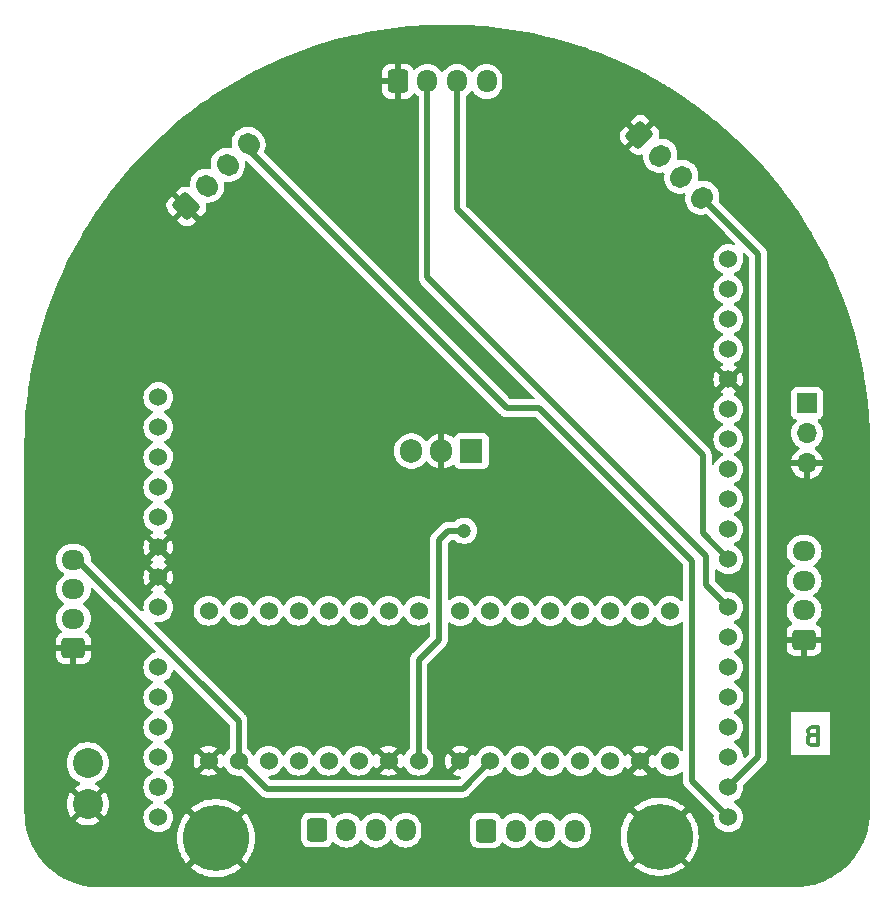
<source format=gbr>
%TF.GenerationSoftware,KiCad,Pcbnew,7.0.2*%
%TF.CreationDate,2023-05-23T14:15:23+02:00*%
%TF.ProjectId,robot2,726f626f-7432-42e6-9b69-6361645f7063,rev?*%
%TF.SameCoordinates,Original*%
%TF.FileFunction,Copper,L2,Bot*%
%TF.FilePolarity,Positive*%
%FSLAX46Y46*%
G04 Gerber Fmt 4.6, Leading zero omitted, Abs format (unit mm)*
G04 Created by KiCad (PCBNEW 7.0.2) date 2023-05-23 14:15:23*
%MOMM*%
%LPD*%
G01*
G04 APERTURE LIST*
G04 Aperture macros list*
%AMRoundRect*
0 Rectangle with rounded corners*
0 $1 Rounding radius*
0 $2 $3 $4 $5 $6 $7 $8 $9 X,Y pos of 4 corners*
0 Add a 4 corners polygon primitive as box body*
4,1,4,$2,$3,$4,$5,$6,$7,$8,$9,$2,$3,0*
0 Add four circle primitives for the rounded corners*
1,1,$1+$1,$2,$3*
1,1,$1+$1,$4,$5*
1,1,$1+$1,$6,$7*
1,1,$1+$1,$8,$9*
0 Add four rect primitives between the rounded corners*
20,1,$1+$1,$2,$3,$4,$5,0*
20,1,$1+$1,$4,$5,$6,$7,0*
20,1,$1+$1,$6,$7,$8,$9,0*
20,1,$1+$1,$8,$9,$2,$3,0*%
%AMHorizOval*
0 Thick line with rounded ends*
0 $1 width*
0 $2 $3 position (X,Y) of the first rounded end (center of the circle)*
0 $4 $5 position (X,Y) of the second rounded end (center of the circle)*
0 Add line between two ends*
20,1,$1,$2,$3,$4,$5,0*
0 Add two circle primitives to create the rounded ends*
1,1,$1,$2,$3*
1,1,$1,$4,$5*%
G04 Aperture macros list end*
%ADD10C,0.300000*%
%TA.AperFunction,NonConductor*%
%ADD11C,0.300000*%
%TD*%
%TA.AperFunction,ComponentPad*%
%ADD12C,2.540000*%
%TD*%
%TA.AperFunction,ComponentPad*%
%ADD13RoundRect,0.250000X0.725000X-0.600000X0.725000X0.600000X-0.725000X0.600000X-0.725000X-0.600000X0*%
%TD*%
%TA.AperFunction,ComponentPad*%
%ADD14O,1.950000X1.700000*%
%TD*%
%TA.AperFunction,ComponentPad*%
%ADD15R,1.700000X1.700000*%
%TD*%
%TA.AperFunction,ComponentPad*%
%ADD16O,1.700000X1.700000*%
%TD*%
%TA.AperFunction,ComponentPad*%
%ADD17RoundRect,0.250000X-0.600000X-0.725000X0.600000X-0.725000X0.600000X0.725000X-0.600000X0.725000X0*%
%TD*%
%TA.AperFunction,ComponentPad*%
%ADD18O,1.700000X1.950000*%
%TD*%
%TA.AperFunction,ComponentPad*%
%ADD19RoundRect,0.250000X-0.936916X-0.088388X-0.088388X-0.936916X0.936916X0.088388X0.088388X0.936916X0*%
%TD*%
%TA.AperFunction,ComponentPad*%
%ADD20HorizOval,1.700000X-0.088388X-0.088388X0.088388X0.088388X0*%
%TD*%
%TA.AperFunction,ComponentPad*%
%ADD21C,5.600000*%
%TD*%
%TA.AperFunction,ComponentPad*%
%ADD22R,1.905000X2.000000*%
%TD*%
%TA.AperFunction,ComponentPad*%
%ADD23O,1.905000X2.000000*%
%TD*%
%TA.AperFunction,ComponentPad*%
%ADD24C,1.524000*%
%TD*%
%TA.AperFunction,ComponentPad*%
%ADD25RoundRect,0.250000X0.088388X-0.936916X0.936916X-0.088388X-0.088388X0.936916X-0.936916X0.088388X0*%
%TD*%
%TA.AperFunction,ComponentPad*%
%ADD26HorizOval,1.700000X-0.088388X0.088388X0.088388X-0.088388X0*%
%TD*%
%TA.AperFunction,ComponentPad*%
%ADD27C,1.550000*%
%TD*%
%TA.AperFunction,ComponentPad*%
%ADD28C,1.527000*%
%TD*%
%TA.AperFunction,ViaPad*%
%ADD29C,1.200000*%
%TD*%
%TA.AperFunction,Conductor*%
%ADD30C,0.500000*%
%TD*%
G04 APERTURE END LIST*
D10*
D11*
X173472857Y-125320714D02*
X173258571Y-125392142D01*
X173258571Y-125392142D02*
X173187142Y-125463571D01*
X173187142Y-125463571D02*
X173115714Y-125606428D01*
X173115714Y-125606428D02*
X173115714Y-125820714D01*
X173115714Y-125820714D02*
X173187142Y-125963571D01*
X173187142Y-125963571D02*
X173258571Y-126035000D01*
X173258571Y-126035000D02*
X173401428Y-126106428D01*
X173401428Y-126106428D02*
X173972857Y-126106428D01*
X173972857Y-126106428D02*
X173972857Y-124606428D01*
X173972857Y-124606428D02*
X173472857Y-124606428D01*
X173472857Y-124606428D02*
X173330000Y-124677857D01*
X173330000Y-124677857D02*
X173258571Y-124749285D01*
X173258571Y-124749285D02*
X173187142Y-124892142D01*
X173187142Y-124892142D02*
X173187142Y-125035000D01*
X173187142Y-125035000D02*
X173258571Y-125177857D01*
X173258571Y-125177857D02*
X173330000Y-125249285D01*
X173330000Y-125249285D02*
X173472857Y-125320714D01*
X173472857Y-125320714D02*
X173972857Y-125320714D01*
D12*
%TO.P,J8,1,Pin_1*%
%TO.N,+9V*%
X112170000Y-127650000D03*
%TO.P,J8,2,Pin_2*%
%TO.N,GND*%
X112170000Y-131150000D03*
%TD*%
D13*
%TO.P,J5,1,Pin_1*%
%TO.N,GND*%
X110955000Y-117930000D03*
D14*
%TO.P,J5,2,Pin_2*%
%TO.N,Echo1*%
X110955000Y-115430000D03*
%TO.P,J5,3,Pin_3*%
%TO.N,Trig1*%
X110955000Y-112930000D03*
%TO.P,J5,4,Pin_4*%
%TO.N,+5V*%
X110955000Y-110430000D03*
%TD*%
D15*
%TO.P,M1,1,PWM*%
%TO.N,SERVO*%
X173070000Y-97200000D03*
D16*
%TO.P,M1,2,+*%
%TO.N,+5V*%
X173070000Y-99740000D03*
%TO.P,M1,3,-*%
%TO.N,GND*%
X173070000Y-102280000D03*
%TD*%
D17*
%TO.P,J6,1,Pin_1*%
%TO.N,GND*%
X138430000Y-69945000D03*
D18*
%TO.P,J6,2,Pin_2*%
%TO.N,Echo2*%
X140930000Y-69945000D03*
%TO.P,J6,3,Pin_3*%
%TO.N,Trig2*%
X143430000Y-69945000D03*
%TO.P,J6,4,Pin_4*%
%TO.N,+5V*%
X145930000Y-69945000D03*
%TD*%
D13*
%TO.P,J7,1,Pin_1*%
%TO.N,GND*%
X172810000Y-117220000D03*
D14*
%TO.P,J7,2,Pin_2*%
%TO.N,Echo3*%
X172810000Y-114720000D03*
%TO.P,J7,3,Pin_3*%
%TO.N,Trig3*%
X172810000Y-112220000D03*
%TO.P,J7,4,Pin_4*%
%TO.N,+5V*%
X172810000Y-109720000D03*
%TD*%
D19*
%TO.P,J1,1,Pin_1*%
%TO.N,GND*%
X158879581Y-74477119D03*
D20*
%TO.P,J1,2,Pin_2*%
%TO.N,+5V*%
X160647348Y-76244886D03*
%TO.P,J1,3,Pin_3*%
%TO.N,unconnected-(J1-Pin_3-Pad3)*%
X162415115Y-78012653D03*
%TO.P,J1,4,Pin_4*%
%TO.N,TX*%
X164182882Y-79780420D03*
%TD*%
D21*
%TO.P,H1,1,1*%
%TO.N,GND*%
X123020000Y-134010000D03*
%TD*%
D17*
%TO.P,J4,1,Pin_1*%
%TO.N,1B_M1*%
X131570000Y-133330000D03*
D18*
%TO.P,J4,2,Pin_2*%
%TO.N,1A_M1*%
X134070000Y-133330000D03*
%TO.P,J4,3,Pin_3*%
%TO.N,2A_M1*%
X136570000Y-133330000D03*
%TO.P,J4,4,Pin_4*%
%TO.N,2B_M1*%
X139070000Y-133330000D03*
%TD*%
D21*
%TO.P,H2,1,1*%
%TO.N,GND*%
X160580000Y-133910000D03*
%TD*%
D22*
%TO.P,U3,1,IN*%
%TO.N,+9V*%
X144650000Y-101245000D03*
D23*
%TO.P,U3,2,GND*%
%TO.N,GND*%
X142110000Y-101245000D03*
%TO.P,U3,3,OUT*%
%TO.N,+5V*%
X139570000Y-101245000D03*
%TD*%
D17*
%TO.P,J3,1,Pin_1*%
%TO.N,1B_M2*%
X145890000Y-133380000D03*
D18*
%TO.P,J3,2,Pin_2*%
%TO.N,1A_M2*%
X148390000Y-133380000D03*
%TO.P,J3,3,Pin_3*%
%TO.N,2A_M2*%
X150890000Y-133380000D03*
%TO.P,J3,4,Pin_4*%
%TO.N,2B_M2*%
X153390000Y-133380000D03*
%TD*%
D24*
%TO.P,A2,1,GND*%
%TO.N,GND*%
X143690000Y-127500000D03*
%TO.P,A2,2,VDD*%
%TO.N,+5V*%
X146230000Y-127500000D03*
%TO.P,A2,3,1B*%
%TO.N,1B_M2*%
X148770000Y-127500000D03*
%TO.P,A2,4,1A*%
%TO.N,1A_M2*%
X151310000Y-127500000D03*
%TO.P,A2,5,2A*%
%TO.N,2A_M2*%
X153850000Y-127500000D03*
%TO.P,A2,6,2B*%
%TO.N,2B_M2*%
X156390000Y-127500000D03*
%TO.P,A2,7,GND*%
%TO.N,GND*%
X158930000Y-127500000D03*
%TO.P,A2,8,VMOT*%
%TO.N,+9V*%
X161470000Y-127500000D03*
%TO.P,A2,9,~{ENABLE}*%
%TO.N,ENABLE_M2*%
X143690000Y-114800000D03*
%TO.P,A2,10,MS1*%
%TO.N,unconnected-(A2-MS1-Pad10)*%
X146230000Y-114800000D03*
%TO.P,A2,11,MS2*%
%TO.N,unconnected-(A2-MS2-Pad11)*%
X148770000Y-114800000D03*
%TO.P,A2,12,MS3*%
%TO.N,unconnected-(A2-MS3-Pad12)*%
X151310000Y-114800000D03*
%TO.P,A2,13,~{RESET}*%
%TO.N,unconnected-(A2-~{RESET}-Pad13)*%
X153850000Y-114800000D03*
%TO.P,A2,14,~{SLEEP}*%
%TO.N,unconnected-(A2-~{SLEEP}-Pad14)*%
X156390000Y-114800000D03*
%TO.P,A2,15,STEP*%
%TO.N,STEP_M2*%
X158930000Y-114800000D03*
%TO.P,A2,16,DIR*%
%TO.N,DIR_M2*%
X161470000Y-114800000D03*
%TD*%
D25*
%TO.P,J2,1,Pin_1*%
%TO.N,GND*%
X120496699Y-80533301D03*
D26*
%TO.P,J2,2,Pin_2*%
%TO.N,+5V*%
X122264466Y-78765534D03*
%TO.P,J2,3,Pin_3*%
%TO.N,unconnected-(J2-Pin_3-Pad3)*%
X124032233Y-76997767D03*
%TO.P,J2,4,Pin_4*%
%TO.N,RX*%
X125800000Y-75230000D03*
%TD*%
D24*
%TO.P,A1,1,GND*%
%TO.N,GND*%
X122390000Y-127460000D03*
%TO.P,A1,2,VDD*%
%TO.N,+5V*%
X124930000Y-127460000D03*
%TO.P,A1,3,1B*%
%TO.N,1B_M1*%
X127470000Y-127460000D03*
%TO.P,A1,4,1A*%
%TO.N,1A_M1*%
X130010000Y-127460000D03*
%TO.P,A1,5,2A*%
%TO.N,2A_M1*%
X132550000Y-127460000D03*
%TO.P,A1,6,2B*%
%TO.N,2B_M1*%
X135090000Y-127460000D03*
%TO.P,A1,7,GND*%
%TO.N,GND*%
X137630000Y-127460000D03*
%TO.P,A1,8,VMOT*%
%TO.N,+9V*%
X140170000Y-127460000D03*
%TO.P,A1,9,~{ENABLE}*%
%TO.N,ENABLE_M1*%
X122390000Y-114760000D03*
%TO.P,A1,10,MS1*%
%TO.N,unconnected-(A1-MS1-Pad10)*%
X124930000Y-114760000D03*
%TO.P,A1,11,MS2*%
%TO.N,unconnected-(A1-MS2-Pad11)*%
X127470000Y-114760000D03*
%TO.P,A1,12,MS3*%
%TO.N,unconnected-(A1-MS3-Pad12)*%
X130010000Y-114760000D03*
%TO.P,A1,13,~{RESET}*%
%TO.N,unconnected-(A1-~{RESET}-Pad13)*%
X132550000Y-114760000D03*
%TO.P,A1,14,~{SLEEP}*%
%TO.N,unconnected-(A1-~{SLEEP}-Pad14)*%
X135090000Y-114760000D03*
%TO.P,A1,15,STEP*%
%TO.N,STEP_M1*%
X137630000Y-114760000D03*
%TO.P,A1,16,DIR*%
%TO.N,DIR_M1*%
X140170000Y-114760000D03*
%TD*%
%TO.P,U1,8,PC0*%
%TO.N,unconnected-(U1-PC0-Pad8)*%
X118150000Y-132240000D03*
D27*
%TO.P,U1,9,PC1*%
%TO.N,unconnected-(U1-PC1-Pad9)*%
X118150000Y-129700000D03*
D24*
%TO.P,U1,13,VREF+*%
%TO.N,unconnected-(U1-VREF+-Pad13)*%
X166410000Y-92620000D03*
%TO.P,U1,14,PA0*%
%TO.N,Echo1*%
X118150000Y-119540000D03*
%TO.P,U1,15,PA1*%
%TO.N,Trig1*%
X118150000Y-122080000D03*
%TO.P,U1,16,PA2*%
%TO.N,TX*%
X166410000Y-129700000D03*
%TO.P,U1,17,PA3*%
%TO.N,RX*%
X166410000Y-132240000D03*
%TO.P,U1,18,VSS*%
%TO.N,GND*%
X118150000Y-109380000D03*
%TO.P,U1,20,PA4*%
%TO.N,ENABLE_M2*%
X118150000Y-124620000D03*
%TO.P,U1,21,PA5*%
%TO.N,unconnected-(U1-PA5-Pad21)*%
X166410000Y-97700000D03*
%TO.P,U1,22,PA6*%
%TO.N,unconnected-(U1-PA6-Pad22)*%
X166410000Y-100240000D03*
%TO.P,U1,23,PA7*%
%TO.N,STEP_M1*%
X166410000Y-102780000D03*
%TO.P,U1,26,PB0*%
%TO.N,unconnected-(U1-PB0-Pad26)*%
X118150000Y-127160000D03*
%TO.P,U1,29,PB10*%
%TO.N,SERVO*%
X166410000Y-117000000D03*
%TO.P,U1,38,PC7*%
%TO.N,ENABLE_M1*%
X166410000Y-107860000D03*
%TO.P,U1,40,PC9*%
%TO.N,unconnected-(U1-PC9-Pad40)*%
X166410000Y-85000000D03*
%TO.P,U1,41,PA8*%
%TO.N,Echo2*%
X166410000Y-114460000D03*
%TO.P,U1,42,PA9*%
%TO.N,Trig2*%
X166410000Y-110400000D03*
%TO.P,U1,43,PA10*%
%TO.N,Trig3*%
X166410000Y-127160000D03*
%TO.P,U1,47,VSS*%
%TO.N,GND*%
X166410000Y-95160000D03*
%TO.P,U1,49,PA14*%
%TO.N,unconnected-(U1-PA14-Pad49)*%
X118150000Y-104300000D03*
%TO.P,U1,51,PC10*%
%TO.N,unconnected-(U1-PC10-Pad51)*%
X118150000Y-96680000D03*
%TO.P,U1,52,PC11*%
%TO.N,unconnected-(U1-PC11-Pad52)*%
X118150000Y-99220000D03*
%TO.P,U1,53,PC12*%
%TO.N,unconnected-(U1-PC12-Pad53)*%
X118150000Y-101760000D03*
%TO.P,U1,54,PD2*%
%TO.N,unconnected-(U1-PD2-Pad54)*%
X118150000Y-114460000D03*
%TO.P,U1,55,PB3*%
%TO.N,STEP_M2*%
X166410000Y-124620000D03*
%TO.P,U1,56,PB4*%
%TO.N,DIR_M2*%
X166410000Y-119540000D03*
D28*
%TO.P,U1,57,PB5*%
%TO.N,Echo3*%
X166410000Y-122080000D03*
D24*
%TO.P,U1,58,PB6*%
%TO.N,DIR_M1*%
X166410000Y-105320000D03*
%TO.P,U1,61,PB8*%
%TO.N,unconnected-(U1-PB8-Pad61)*%
X166410000Y-87540000D03*
%TO.P,U1,62,PB9*%
%TO.N,unconnected-(U1-PB9-Pad62)*%
X166410000Y-90080000D03*
%TO.P,U1,63,VSS*%
%TO.N,GND*%
X118150000Y-111920000D03*
%TO.P,U1,64,VDD*%
%TO.N,+5V*%
X118150000Y-106840000D03*
%TD*%
D29*
%TO.N,+9V*%
X144030000Y-108000000D03*
%TD*%
D30*
%TO.N,+9V*%
X142660000Y-108000000D02*
X141890000Y-108770000D01*
X144030000Y-108000000D02*
X142660000Y-108000000D01*
X141890000Y-108770000D02*
X141890000Y-117210000D01*
X141890000Y-117210000D02*
X140170000Y-118930000D01*
X140170000Y-118930000D02*
X140170000Y-127460000D01*
%TO.N,+5V*%
X143900000Y-129830000D02*
X127300000Y-129830000D01*
X111270000Y-110430000D02*
X110955000Y-110430000D01*
X146230000Y-127500000D02*
X143900000Y-129830000D01*
X124930000Y-127460000D02*
X124930000Y-124090000D01*
X127300000Y-129830000D02*
X124930000Y-127460000D01*
X124930000Y-124090000D02*
X111270000Y-110430000D01*
%TO.N,TX*%
X166410000Y-129700000D02*
X168930000Y-127180000D01*
X168930000Y-84527538D02*
X164182882Y-79780420D01*
X168930000Y-127180000D02*
X168930000Y-84527538D01*
%TO.N,RX*%
X163340000Y-110560000D02*
X150390000Y-97610000D01*
X166410000Y-132240000D02*
X163340000Y-129170000D01*
X150390000Y-97610000D02*
X147660000Y-97610000D01*
X147660000Y-97610000D02*
X125800000Y-75750000D01*
X125800000Y-75750000D02*
X125800000Y-75230000D01*
X163340000Y-129170000D02*
X163340000Y-110560000D01*
%TO.N,Echo2*%
X164540000Y-112590000D02*
X164540000Y-110140000D01*
X166410000Y-114460000D02*
X164540000Y-112590000D01*
X140930000Y-86530000D02*
X140930000Y-69945000D01*
X164540000Y-110140000D02*
X140930000Y-86530000D01*
%TO.N,Trig2*%
X166410000Y-110400000D02*
X164230000Y-108220000D01*
X143430000Y-80740000D02*
X143430000Y-69945000D01*
X164230000Y-101540000D02*
X143430000Y-80740000D01*
X164230000Y-108220000D02*
X164230000Y-101540000D01*
%TD*%
%TA.AperFunction,Conductor*%
%TO.N,GND*%
G36*
X160267863Y-115253435D02*
G01*
X160312381Y-115304811D01*
X160355756Y-115397827D01*
X160372466Y-115433662D01*
X160499174Y-115614620D01*
X160655380Y-115770826D01*
X160836338Y-115897534D01*
X161036550Y-115990894D01*
X161249932Y-116048070D01*
X161396644Y-116060905D01*
X161469999Y-116067323D01*
X161469999Y-116067322D01*
X161470000Y-116067323D01*
X161690068Y-116048070D01*
X161903450Y-115990894D01*
X162103662Y-115897534D01*
X162284620Y-115770826D01*
X162377821Y-115677624D01*
X162439140Y-115644142D01*
X162508832Y-115649126D01*
X162564766Y-115690997D01*
X162589183Y-115756461D01*
X162589499Y-115765308D01*
X162589499Y-126534691D01*
X162569814Y-126601730D01*
X162517010Y-126647485D01*
X162447852Y-126657429D01*
X162384296Y-126628404D01*
X162377818Y-126622372D01*
X162284620Y-126529174D01*
X162103662Y-126402466D01*
X161903451Y-126309106D01*
X161690065Y-126251929D01*
X161470000Y-126232676D01*
X161249934Y-126251929D01*
X161036548Y-126309106D01*
X160836338Y-126402466D01*
X160655379Y-126529174D01*
X160499174Y-126685379D01*
X160372467Y-126866336D01*
X160312105Y-126995782D01*
X160265932Y-127048221D01*
X160198738Y-127067372D01*
X160131857Y-127047156D01*
X160087341Y-126995780D01*
X160027099Y-126866590D01*
X159981740Y-126801811D01*
X159314903Y-127468648D01*
X159314949Y-127468102D01*
X159283734Y-127344838D01*
X159214187Y-127238388D01*
X159113843Y-127160287D01*
X158993578Y-127119000D01*
X158957447Y-127119000D01*
X159628187Y-126448258D01*
X159563406Y-126402898D01*
X159363281Y-126309579D01*
X159149978Y-126252424D01*
X158929999Y-126233178D01*
X158710021Y-126252424D01*
X158496719Y-126309578D01*
X158296589Y-126402900D01*
X158231812Y-126448258D01*
X158231811Y-126448258D01*
X158902554Y-127119000D01*
X158898431Y-127119000D01*
X158804579Y-127134661D01*
X158692749Y-127195180D01*
X158606629Y-127288731D01*
X158555552Y-127405177D01*
X158549894Y-127473447D01*
X157878258Y-126801811D01*
X157878258Y-126801812D01*
X157832900Y-126866590D01*
X157772657Y-126995781D01*
X157726484Y-127048220D01*
X157659291Y-127067372D01*
X157592409Y-127047156D01*
X157547893Y-126995780D01*
X157547617Y-126995189D01*
X157487534Y-126866339D01*
X157360826Y-126685380D01*
X157204620Y-126529174D01*
X157023662Y-126402466D01*
X156974896Y-126379726D01*
X156823451Y-126309106D01*
X156610065Y-126251929D01*
X156390000Y-126232676D01*
X156169934Y-126251929D01*
X155956548Y-126309106D01*
X155756338Y-126402466D01*
X155575379Y-126529174D01*
X155419174Y-126685379D01*
X155292466Y-126866338D01*
X155232382Y-126995189D01*
X155186209Y-127047628D01*
X155119016Y-127066780D01*
X155052135Y-127046564D01*
X155007618Y-126995189D01*
X154969500Y-126913445D01*
X154947534Y-126866339D01*
X154820826Y-126685380D01*
X154664620Y-126529174D01*
X154483662Y-126402466D01*
X154434896Y-126379726D01*
X154283451Y-126309106D01*
X154070065Y-126251929D01*
X153849999Y-126232676D01*
X153629934Y-126251929D01*
X153416548Y-126309106D01*
X153216338Y-126402466D01*
X153035379Y-126529174D01*
X152879174Y-126685379D01*
X152752467Y-126866336D01*
X152692381Y-126995190D01*
X152646208Y-127047629D01*
X152579014Y-127066780D01*
X152512133Y-127046564D01*
X152467617Y-126995188D01*
X152449241Y-126955781D01*
X152407534Y-126866339D01*
X152280826Y-126685380D01*
X152124620Y-126529174D01*
X151943662Y-126402466D01*
X151894896Y-126379726D01*
X151743451Y-126309106D01*
X151530065Y-126251929D01*
X151310000Y-126232676D01*
X151089934Y-126251929D01*
X150876548Y-126309106D01*
X150676338Y-126402466D01*
X150495379Y-126529174D01*
X150339174Y-126685379D01*
X150212466Y-126866338D01*
X150152382Y-126995189D01*
X150106209Y-127047628D01*
X150039016Y-127066780D01*
X149972135Y-127046564D01*
X149927618Y-126995189D01*
X149889500Y-126913445D01*
X149867534Y-126866339D01*
X149740826Y-126685380D01*
X149584620Y-126529174D01*
X149403662Y-126402466D01*
X149354896Y-126379726D01*
X149203451Y-126309106D01*
X148990065Y-126251929D01*
X148769999Y-126232676D01*
X148549934Y-126251929D01*
X148336548Y-126309106D01*
X148136338Y-126402466D01*
X147955379Y-126529174D01*
X147799174Y-126685379D01*
X147672466Y-126866338D01*
X147612382Y-126995189D01*
X147566209Y-127047628D01*
X147499016Y-127066780D01*
X147432135Y-127046564D01*
X147387618Y-126995189D01*
X147349500Y-126913445D01*
X147327534Y-126866339D01*
X147200826Y-126685380D01*
X147044620Y-126529174D01*
X146863662Y-126402466D01*
X146814896Y-126379726D01*
X146663451Y-126309106D01*
X146450065Y-126251929D01*
X146230000Y-126232676D01*
X146009934Y-126251929D01*
X145796548Y-126309106D01*
X145596338Y-126402466D01*
X145415379Y-126529174D01*
X145259174Y-126685379D01*
X145132467Y-126866336D01*
X145072105Y-126995782D01*
X145025932Y-127048221D01*
X144958738Y-127067372D01*
X144891857Y-127047156D01*
X144847341Y-126995780D01*
X144787099Y-126866590D01*
X144741740Y-126801811D01*
X144074903Y-127468648D01*
X144074949Y-127468102D01*
X144043734Y-127344838D01*
X143974187Y-127238388D01*
X143873843Y-127160287D01*
X143753578Y-127119000D01*
X143717447Y-127119000D01*
X144388187Y-126448258D01*
X144323406Y-126402898D01*
X144123281Y-126309579D01*
X143909978Y-126252424D01*
X143689999Y-126233178D01*
X143470021Y-126252424D01*
X143256719Y-126309578D01*
X143056589Y-126402900D01*
X142991812Y-126448258D01*
X142991811Y-126448258D01*
X143662554Y-127119000D01*
X143658431Y-127119000D01*
X143564579Y-127134661D01*
X143452749Y-127195180D01*
X143366629Y-127288731D01*
X143315552Y-127405177D01*
X143309894Y-127473447D01*
X142638258Y-126801811D01*
X142638258Y-126801812D01*
X142592900Y-126866589D01*
X142499578Y-127066719D01*
X142442424Y-127280021D01*
X142423178Y-127499999D01*
X142442424Y-127719978D01*
X142499579Y-127933281D01*
X142592898Y-128133406D01*
X142638258Y-128198187D01*
X143305096Y-127531349D01*
X143305051Y-127531898D01*
X143336266Y-127655162D01*
X143405813Y-127761612D01*
X143506157Y-127839713D01*
X143626422Y-127881000D01*
X143662553Y-127881000D01*
X142991812Y-128551740D01*
X143056593Y-128597101D01*
X143256718Y-128690420D01*
X143470021Y-128747575D01*
X143619862Y-128760685D01*
X143684931Y-128786137D01*
X143725910Y-128842728D01*
X143729788Y-128912490D01*
X143696737Y-128971894D01*
X143625451Y-129043181D01*
X143564128Y-129076666D01*
X143537769Y-129079500D01*
X127662230Y-129079500D01*
X127595191Y-129059815D01*
X127574549Y-129043181D01*
X127463724Y-128932356D01*
X127430239Y-128871033D01*
X127435223Y-128801341D01*
X127477095Y-128745408D01*
X127540598Y-128721147D01*
X127628874Y-128713423D01*
X127690068Y-128708070D01*
X127903450Y-128650894D01*
X128103662Y-128557534D01*
X128284620Y-128430826D01*
X128440826Y-128274620D01*
X128567534Y-128093662D01*
X128627617Y-127964811D01*
X128673790Y-127912372D01*
X128740984Y-127893220D01*
X128807865Y-127913436D01*
X128852382Y-127964811D01*
X128912466Y-128093662D01*
X129039174Y-128274620D01*
X129195380Y-128430826D01*
X129376338Y-128557534D01*
X129576550Y-128650894D01*
X129789932Y-128708070D01*
X129936644Y-128720905D01*
X130009999Y-128727323D01*
X130009999Y-128727322D01*
X130010000Y-128727323D01*
X130230068Y-128708070D01*
X130443450Y-128650894D01*
X130643662Y-128557534D01*
X130824620Y-128430826D01*
X130980826Y-128274620D01*
X131107534Y-128093662D01*
X131167617Y-127964811D01*
X131213790Y-127912372D01*
X131280984Y-127893220D01*
X131347865Y-127913436D01*
X131392382Y-127964811D01*
X131452466Y-128093662D01*
X131579174Y-128274620D01*
X131735380Y-128430826D01*
X131916338Y-128557534D01*
X132116550Y-128650894D01*
X132329932Y-128708070D01*
X132550000Y-128727323D01*
X132770068Y-128708070D01*
X132983450Y-128650894D01*
X133183662Y-128557534D01*
X133364620Y-128430826D01*
X133520826Y-128274620D01*
X133647534Y-128093662D01*
X133707617Y-127964811D01*
X133753790Y-127912372D01*
X133820984Y-127893220D01*
X133887865Y-127913436D01*
X133932382Y-127964811D01*
X133992466Y-128093662D01*
X134119174Y-128274620D01*
X134275380Y-128430826D01*
X134456338Y-128557534D01*
X134656550Y-128650894D01*
X134869932Y-128708070D01*
X135016643Y-128720905D01*
X135089999Y-128727323D01*
X135089999Y-128727322D01*
X135090000Y-128727323D01*
X135310068Y-128708070D01*
X135523450Y-128650894D01*
X135723662Y-128557534D01*
X135904620Y-128430826D01*
X136060826Y-128274620D01*
X136187534Y-128093662D01*
X136247894Y-127964218D01*
X136294066Y-127911779D01*
X136361259Y-127892627D01*
X136428141Y-127912842D01*
X136472658Y-127964219D01*
X136532898Y-128093406D01*
X136578258Y-128158187D01*
X137245096Y-127491349D01*
X137245051Y-127491898D01*
X137276266Y-127615162D01*
X137345813Y-127721612D01*
X137446157Y-127799713D01*
X137566422Y-127841000D01*
X137602553Y-127841000D01*
X136931812Y-128511740D01*
X136996593Y-128557101D01*
X137196718Y-128650420D01*
X137410021Y-128707575D01*
X137629999Y-128726821D01*
X137849978Y-128707575D01*
X138063281Y-128650420D01*
X138263408Y-128557100D01*
X138328187Y-128511740D01*
X137657448Y-127841000D01*
X137661569Y-127841000D01*
X137755421Y-127825339D01*
X137867251Y-127764820D01*
X137953371Y-127671269D01*
X138004448Y-127554823D01*
X138010105Y-127486552D01*
X138681740Y-128158186D01*
X138727098Y-128093411D01*
X138787340Y-127964220D01*
X138833512Y-127911780D01*
X138900705Y-127892627D01*
X138967587Y-127912842D01*
X139012105Y-127964218D01*
X139031034Y-128004811D01*
X139072466Y-128093662D01*
X139199174Y-128274620D01*
X139355380Y-128430826D01*
X139536338Y-128557534D01*
X139736550Y-128650894D01*
X139949932Y-128708070D01*
X140096643Y-128720905D01*
X140169999Y-128727323D01*
X140169999Y-128727322D01*
X140170000Y-128727323D01*
X140390068Y-128708070D01*
X140603450Y-128650894D01*
X140803662Y-128557534D01*
X140984620Y-128430826D01*
X141140826Y-128274620D01*
X141267534Y-128093662D01*
X141360894Y-127893450D01*
X141418070Y-127680068D01*
X141437323Y-127460000D01*
X141418070Y-127239932D01*
X141360894Y-127026550D01*
X141267534Y-126826339D01*
X141140826Y-126645380D01*
X140984620Y-126489174D01*
X140973374Y-126481299D01*
X140929750Y-126426721D01*
X140920500Y-126379726D01*
X140920500Y-119292228D01*
X140940185Y-119225189D01*
X140956814Y-119204552D01*
X142375638Y-117785727D01*
X142389256Y-117773957D01*
X142408530Y-117759610D01*
X142440372Y-117721661D01*
X142447686Y-117713681D01*
X142448267Y-117713099D01*
X142451590Y-117709777D01*
X142470837Y-117685433D01*
X142473031Y-117682738D01*
X142521302Y-117625214D01*
X142521303Y-117625210D01*
X142522119Y-117624239D01*
X142532575Y-117607825D01*
X142533109Y-117606679D01*
X142533111Y-117606677D01*
X142564816Y-117538682D01*
X142566369Y-117535475D01*
X142600040Y-117468433D01*
X142600040Y-117468429D01*
X142600610Y-117467296D01*
X142606999Y-117448917D01*
X142610192Y-117433451D01*
X142622431Y-117374171D01*
X142623186Y-117370767D01*
X142640500Y-117297721D01*
X142640500Y-117297717D01*
X142640790Y-117296494D01*
X142642769Y-117277123D01*
X142642732Y-117275859D01*
X142642733Y-117275856D01*
X142640552Y-117200888D01*
X142640500Y-117197283D01*
X142640500Y-115835308D01*
X142660185Y-115768269D01*
X142712989Y-115722514D01*
X142782147Y-115712570D01*
X142845703Y-115741595D01*
X142852181Y-115747627D01*
X142875380Y-115770826D01*
X143056338Y-115897534D01*
X143256550Y-115990894D01*
X143469932Y-116048070D01*
X143616644Y-116060905D01*
X143689999Y-116067323D01*
X143689999Y-116067322D01*
X143690000Y-116067323D01*
X143910068Y-116048070D01*
X144123450Y-115990894D01*
X144323662Y-115897534D01*
X144504620Y-115770826D01*
X144660826Y-115614620D01*
X144787534Y-115433662D01*
X144845185Y-115310027D01*
X144847618Y-115304811D01*
X144893790Y-115252372D01*
X144960984Y-115233220D01*
X145027865Y-115253436D01*
X145072382Y-115304811D01*
X145110500Y-115386555D01*
X145132466Y-115433662D01*
X145259174Y-115614620D01*
X145415380Y-115770826D01*
X145596338Y-115897534D01*
X145796550Y-115990894D01*
X146009932Y-116048070D01*
X146230000Y-116067323D01*
X146450068Y-116048070D01*
X146663450Y-115990894D01*
X146863662Y-115897534D01*
X147044620Y-115770826D01*
X147200826Y-115614620D01*
X147327534Y-115433662D01*
X147385185Y-115310027D01*
X147387618Y-115304811D01*
X147433790Y-115252372D01*
X147500984Y-115233220D01*
X147567865Y-115253436D01*
X147612382Y-115304811D01*
X147650500Y-115386555D01*
X147672466Y-115433662D01*
X147799174Y-115614620D01*
X147955380Y-115770826D01*
X148136338Y-115897534D01*
X148336550Y-115990894D01*
X148549932Y-116048070D01*
X148770000Y-116067323D01*
X148990068Y-116048070D01*
X149203450Y-115990894D01*
X149403662Y-115897534D01*
X149584620Y-115770826D01*
X149740826Y-115614620D01*
X149867534Y-115433662D01*
X149925185Y-115310027D01*
X149927618Y-115304811D01*
X149973790Y-115252372D01*
X150040984Y-115233220D01*
X150107865Y-115253436D01*
X150152382Y-115304811D01*
X150190500Y-115386555D01*
X150212466Y-115433662D01*
X150339174Y-115614620D01*
X150495380Y-115770826D01*
X150676338Y-115897534D01*
X150876550Y-115990894D01*
X151089932Y-116048070D01*
X151236643Y-116060905D01*
X151309999Y-116067323D01*
X151309999Y-116067322D01*
X151310000Y-116067323D01*
X151530068Y-116048070D01*
X151743450Y-115990894D01*
X151943662Y-115897534D01*
X152124620Y-115770826D01*
X152280826Y-115614620D01*
X152407534Y-115433662D01*
X152465185Y-115310027D01*
X152467618Y-115304811D01*
X152513790Y-115252372D01*
X152580984Y-115233220D01*
X152647865Y-115253436D01*
X152692382Y-115304811D01*
X152730500Y-115386555D01*
X152752466Y-115433662D01*
X152879174Y-115614620D01*
X153035380Y-115770826D01*
X153216338Y-115897534D01*
X153416550Y-115990894D01*
X153629932Y-116048070D01*
X153776643Y-116060905D01*
X153849999Y-116067323D01*
X153849999Y-116067322D01*
X153850000Y-116067323D01*
X154070068Y-116048070D01*
X154283450Y-115990894D01*
X154483662Y-115897534D01*
X154664620Y-115770826D01*
X154820826Y-115614620D01*
X154947534Y-115433662D01*
X155005185Y-115310027D01*
X155007618Y-115304811D01*
X155053790Y-115252372D01*
X155120984Y-115233220D01*
X155187865Y-115253436D01*
X155232382Y-115304811D01*
X155270500Y-115386555D01*
X155292466Y-115433662D01*
X155419174Y-115614620D01*
X155575380Y-115770826D01*
X155756338Y-115897534D01*
X155956550Y-115990894D01*
X156169932Y-116048070D01*
X156390000Y-116067323D01*
X156610068Y-116048070D01*
X156823450Y-115990894D01*
X157023662Y-115897534D01*
X157204620Y-115770826D01*
X157360826Y-115614620D01*
X157487534Y-115433662D01*
X157545185Y-115310027D01*
X157547618Y-115304811D01*
X157593790Y-115252372D01*
X157660984Y-115233220D01*
X157727865Y-115253436D01*
X157772382Y-115304811D01*
X157810500Y-115386555D01*
X157832466Y-115433662D01*
X157959174Y-115614620D01*
X158115380Y-115770826D01*
X158296338Y-115897534D01*
X158496550Y-115990894D01*
X158709932Y-116048070D01*
X158930000Y-116067323D01*
X159150068Y-116048070D01*
X159363450Y-115990894D01*
X159563662Y-115897534D01*
X159744620Y-115770826D01*
X159900826Y-115614620D01*
X160027534Y-115433662D01*
X160087618Y-115304810D01*
X160133789Y-115252372D01*
X160200982Y-115233220D01*
X160267863Y-115253435D01*
G37*
%TD.AperFunction*%
%TA.AperFunction,Conductor*%
G36*
X167782346Y-84450895D02*
G01*
X167815846Y-84474751D01*
X168143181Y-84802086D01*
X168176666Y-84863409D01*
X168179500Y-84889767D01*
X168179500Y-126817769D01*
X168159815Y-126884808D01*
X168143181Y-126905450D01*
X167882356Y-127166275D01*
X167821033Y-127199760D01*
X167751341Y-127194776D01*
X167695408Y-127152904D01*
X167671147Y-127089401D01*
X167659457Y-126955782D01*
X167658070Y-126939932D01*
X167600894Y-126726550D01*
X167507534Y-126526339D01*
X167380826Y-126345380D01*
X167224620Y-126189174D01*
X167043662Y-126062466D01*
X166914811Y-126002382D01*
X166862372Y-125956210D01*
X166843220Y-125889016D01*
X166863436Y-125822135D01*
X166914811Y-125777618D01*
X166920027Y-125775185D01*
X167043662Y-125717534D01*
X167224620Y-125590826D01*
X167380826Y-125434620D01*
X167507534Y-125253662D01*
X167600894Y-125053450D01*
X167658070Y-124840068D01*
X167677323Y-124620000D01*
X167658070Y-124399932D01*
X167600894Y-124186550D01*
X167507534Y-123986339D01*
X167380826Y-123805380D01*
X167224620Y-123649174D01*
X167043662Y-123522466D01*
X167043661Y-123522465D01*
X166916584Y-123463208D01*
X166864145Y-123417035D01*
X166844993Y-123349842D01*
X166865209Y-123282961D01*
X166916583Y-123238445D01*
X167044414Y-123178837D01*
X167225587Y-123051979D01*
X167381979Y-122895587D01*
X167508837Y-122714414D01*
X167602308Y-122513965D01*
X167659552Y-122300330D01*
X167678828Y-122080000D01*
X167659552Y-121859670D01*
X167602308Y-121646035D01*
X167508837Y-121445586D01*
X167381979Y-121264413D01*
X167225587Y-121108021D01*
X167044414Y-120981163D01*
X166916583Y-120921554D01*
X166864145Y-120875383D01*
X166844993Y-120808189D01*
X166865209Y-120741308D01*
X166916584Y-120696791D01*
X167043662Y-120637534D01*
X167224620Y-120510826D01*
X167380826Y-120354620D01*
X167507534Y-120173662D01*
X167600894Y-119973450D01*
X167658070Y-119760068D01*
X167677323Y-119540000D01*
X167658070Y-119319932D01*
X167600894Y-119106550D01*
X167507534Y-118906339D01*
X167380826Y-118725380D01*
X167224620Y-118569174D01*
X167043662Y-118442466D01*
X166914811Y-118382382D01*
X166862372Y-118336210D01*
X166843220Y-118269016D01*
X166863436Y-118202135D01*
X166914811Y-118157618D01*
X166920027Y-118155185D01*
X167043662Y-118097534D01*
X167224620Y-117970826D01*
X167380826Y-117814620D01*
X167507534Y-117633662D01*
X167600894Y-117433450D01*
X167658070Y-117220068D01*
X167677323Y-117000000D01*
X167658070Y-116779932D01*
X167600894Y-116566550D01*
X167507534Y-116366339D01*
X167380826Y-116185380D01*
X167224620Y-116029174D01*
X167043662Y-115902466D01*
X166947305Y-115857534D01*
X166914811Y-115842382D01*
X166862372Y-115796210D01*
X166843220Y-115729016D01*
X166863436Y-115662135D01*
X166914811Y-115617618D01*
X166921240Y-115614620D01*
X167043662Y-115557534D01*
X167224620Y-115430826D01*
X167380826Y-115274620D01*
X167507534Y-115093662D01*
X167600894Y-114893450D01*
X167658070Y-114680068D01*
X167677323Y-114460000D01*
X167658070Y-114239932D01*
X167600894Y-114026550D01*
X167507534Y-113826339D01*
X167380826Y-113645380D01*
X167224620Y-113489174D01*
X167043662Y-113362466D01*
X166843451Y-113269106D01*
X166630065Y-113211929D01*
X166409999Y-113192676D01*
X166278213Y-113204205D01*
X166209713Y-113190438D01*
X166179726Y-113168358D01*
X165326819Y-112315451D01*
X165293334Y-112254128D01*
X165290500Y-112227770D01*
X165290500Y-111365308D01*
X165310185Y-111298269D01*
X165362989Y-111252514D01*
X165432147Y-111242570D01*
X165495703Y-111271595D01*
X165502181Y-111277627D01*
X165595380Y-111370826D01*
X165776338Y-111497534D01*
X165976550Y-111590894D01*
X166189932Y-111648070D01*
X166307870Y-111658388D01*
X166409999Y-111667323D01*
X166409999Y-111667322D01*
X166410000Y-111667323D01*
X166630068Y-111648070D01*
X166843450Y-111590894D01*
X167043662Y-111497534D01*
X167224620Y-111370826D01*
X167380826Y-111214620D01*
X167507534Y-111033662D01*
X167600894Y-110833450D01*
X167658070Y-110620068D01*
X167677323Y-110400000D01*
X167658070Y-110179932D01*
X167600894Y-109966550D01*
X167507534Y-109766339D01*
X167380826Y-109585380D01*
X167224620Y-109429174D01*
X167043662Y-109302466D01*
X166944738Y-109256337D01*
X166914811Y-109242382D01*
X166862372Y-109196210D01*
X166843220Y-109129016D01*
X166863436Y-109062135D01*
X166914811Y-109017618D01*
X166921152Y-109014661D01*
X167043662Y-108957534D01*
X167224620Y-108830826D01*
X167380826Y-108674620D01*
X167507534Y-108493662D01*
X167600894Y-108293450D01*
X167658070Y-108080068D01*
X167677323Y-107860000D01*
X167658070Y-107639932D01*
X167600894Y-107426550D01*
X167507534Y-107226339D01*
X167380826Y-107045380D01*
X167224620Y-106889174D01*
X167043662Y-106762466D01*
X166914811Y-106702382D01*
X166862372Y-106656210D01*
X166843220Y-106589016D01*
X166863436Y-106522135D01*
X166914811Y-106477618D01*
X166920027Y-106475185D01*
X167043662Y-106417534D01*
X167224620Y-106290826D01*
X167380826Y-106134620D01*
X167507534Y-105953662D01*
X167600894Y-105753450D01*
X167658070Y-105540068D01*
X167677323Y-105320000D01*
X167658070Y-105099932D01*
X167600894Y-104886550D01*
X167507534Y-104686339D01*
X167380826Y-104505380D01*
X167224620Y-104349174D01*
X167043662Y-104222466D01*
X166914811Y-104162382D01*
X166862372Y-104116210D01*
X166843220Y-104049016D01*
X166863436Y-103982135D01*
X166914811Y-103937618D01*
X166920027Y-103935185D01*
X167043662Y-103877534D01*
X167224620Y-103750826D01*
X167380826Y-103594620D01*
X167507534Y-103413662D01*
X167600894Y-103213450D01*
X167658070Y-103000068D01*
X167677323Y-102780000D01*
X167658070Y-102559932D01*
X167600894Y-102346550D01*
X167507534Y-102146339D01*
X167380826Y-101965380D01*
X167224620Y-101809174D01*
X167043662Y-101682466D01*
X166914811Y-101622382D01*
X166862372Y-101576210D01*
X166843220Y-101509016D01*
X166863436Y-101442135D01*
X166914811Y-101397618D01*
X166959633Y-101376717D01*
X167043662Y-101337534D01*
X167224620Y-101210826D01*
X167380826Y-101054620D01*
X167507534Y-100873662D01*
X167600894Y-100673450D01*
X167658070Y-100460068D01*
X167677323Y-100240000D01*
X167658070Y-100019932D01*
X167600894Y-99806550D01*
X167507534Y-99606339D01*
X167380826Y-99425380D01*
X167224620Y-99269174D01*
X167043662Y-99142466D01*
X166914811Y-99082382D01*
X166862372Y-99036210D01*
X166843220Y-98969016D01*
X166863436Y-98902135D01*
X166914811Y-98857618D01*
X166920027Y-98855185D01*
X167043662Y-98797534D01*
X167224620Y-98670826D01*
X167380826Y-98514620D01*
X167507534Y-98333662D01*
X167600894Y-98133450D01*
X167658070Y-97920068D01*
X167677323Y-97700000D01*
X167658070Y-97479932D01*
X167600894Y-97266550D01*
X167507534Y-97066339D01*
X167380826Y-96885380D01*
X167224620Y-96729174D01*
X167043662Y-96602466D01*
X167016974Y-96590021D01*
X166914218Y-96542105D01*
X166861779Y-96495932D01*
X166842627Y-96428739D01*
X166862843Y-96361858D01*
X166914220Y-96317340D01*
X167043411Y-96257098D01*
X167108187Y-96211740D01*
X166437448Y-95541000D01*
X166441569Y-95541000D01*
X166535421Y-95525339D01*
X166647251Y-95464820D01*
X166733371Y-95371269D01*
X166784448Y-95254823D01*
X166790105Y-95186552D01*
X167461740Y-95858186D01*
X167507100Y-95793408D01*
X167600420Y-95593281D01*
X167657575Y-95379978D01*
X167676821Y-95160000D01*
X167657575Y-94940021D01*
X167600421Y-94726720D01*
X167507098Y-94526589D01*
X167461740Y-94461811D01*
X166794903Y-95128648D01*
X166794949Y-95128102D01*
X166763734Y-95004838D01*
X166694187Y-94898388D01*
X166593843Y-94820287D01*
X166473578Y-94779000D01*
X166437447Y-94779000D01*
X167108187Y-94108258D01*
X167043406Y-94062898D01*
X166914219Y-94002658D01*
X166861779Y-93956486D01*
X166842627Y-93889293D01*
X166862843Y-93822411D01*
X166914219Y-93777894D01*
X167043662Y-93717534D01*
X167224620Y-93590826D01*
X167380826Y-93434620D01*
X167507534Y-93253662D01*
X167600894Y-93053450D01*
X167658070Y-92840068D01*
X167677323Y-92620000D01*
X167658070Y-92399932D01*
X167600894Y-92186550D01*
X167507534Y-91986339D01*
X167380826Y-91805380D01*
X167224620Y-91649174D01*
X167043662Y-91522466D01*
X166914811Y-91462382D01*
X166862372Y-91416210D01*
X166843220Y-91349016D01*
X166863436Y-91282135D01*
X166914811Y-91237618D01*
X166920027Y-91235185D01*
X167043662Y-91177534D01*
X167224620Y-91050826D01*
X167380826Y-90894620D01*
X167507534Y-90713662D01*
X167600894Y-90513450D01*
X167658070Y-90300068D01*
X167677323Y-90080000D01*
X167658070Y-89859932D01*
X167600894Y-89646550D01*
X167507534Y-89446339D01*
X167380826Y-89265380D01*
X167224620Y-89109174D01*
X167043662Y-88982466D01*
X166914811Y-88922382D01*
X166862372Y-88876210D01*
X166843220Y-88809016D01*
X166863436Y-88742135D01*
X166914811Y-88697618D01*
X166920027Y-88695185D01*
X167043662Y-88637534D01*
X167224620Y-88510826D01*
X167380826Y-88354620D01*
X167507534Y-88173662D01*
X167600894Y-87973450D01*
X167658070Y-87760068D01*
X167677323Y-87540000D01*
X167658070Y-87319932D01*
X167600894Y-87106550D01*
X167507534Y-86906339D01*
X167380826Y-86725380D01*
X167224620Y-86569174D01*
X167043662Y-86442466D01*
X166914811Y-86382382D01*
X166862372Y-86336210D01*
X166843220Y-86269016D01*
X166863436Y-86202135D01*
X166914811Y-86157618D01*
X166920027Y-86155185D01*
X167043662Y-86097534D01*
X167224620Y-85970826D01*
X167380826Y-85814620D01*
X167507534Y-85633662D01*
X167600894Y-85433450D01*
X167658070Y-85220068D01*
X167677323Y-85000000D01*
X167658070Y-84779932D01*
X167608390Y-84594525D01*
X167610053Y-84524676D01*
X167649215Y-84466813D01*
X167713443Y-84439309D01*
X167782346Y-84450895D01*
G37*
%TD.AperFunction*%
%TA.AperFunction,Conductor*%
G36*
X143415694Y-65142089D02*
G01*
X144058808Y-65162211D01*
X144314204Y-65174590D01*
X144598550Y-65188373D01*
X144739100Y-65197404D01*
X145240791Y-65229641D01*
X145694160Y-65266754D01*
X145779197Y-65273716D01*
X145870244Y-65282580D01*
X146419771Y-65336086D01*
X146956342Y-65398022D01*
X147594757Y-65481455D01*
X148128696Y-65561152D01*
X148764214Y-65665566D01*
X149295022Y-65762931D01*
X149927002Y-65888235D01*
X150453970Y-66003122D01*
X151081807Y-66149216D01*
X151604316Y-66281466D01*
X152141610Y-66425270D01*
X152227376Y-66448226D01*
X152744854Y-66597671D01*
X153362448Y-66784937D01*
X153874208Y-66951349D01*
X154484698Y-67158616D01*
X154486913Y-67159394D01*
X154991272Y-67342149D01*
X155595042Y-67569540D01*
X155597201Y-67570379D01*
X156094748Y-67769613D01*
X156546473Y-67956926D01*
X156691182Y-68016932D01*
X156693559Y-68017947D01*
X156789709Y-68060209D01*
X157183391Y-68233249D01*
X157772042Y-68500352D01*
X157774302Y-68501407D01*
X158256129Y-68732594D01*
X158836277Y-69019207D01*
X158838641Y-69020407D01*
X159072174Y-69142170D01*
X159311736Y-69267076D01*
X159882852Y-69572991D01*
X159885136Y-69574247D01*
X160349009Y-69836074D01*
X160910569Y-70161074D01*
X160912777Y-70162386D01*
X161328113Y-70415379D01*
X161366913Y-70439013D01*
X161918192Y-70782748D01*
X161920479Y-70784211D01*
X162364216Y-71075154D01*
X162904788Y-71437433D01*
X162907076Y-71439005D01*
X162995463Y-71501254D01*
X163339952Y-71743871D01*
X163483822Y-71847304D01*
X163869152Y-72124331D01*
X163871499Y-72126060D01*
X164292939Y-72444343D01*
X164810414Y-72842825D01*
X164812694Y-72844625D01*
X164970853Y-72972544D01*
X165222114Y-73175763D01*
X165370925Y-73298357D01*
X165727358Y-73591997D01*
X165729653Y-73593935D01*
X166126646Y-73937466D01*
X166619003Y-74371036D01*
X166621265Y-74373077D01*
X167005404Y-74728488D01*
X167087795Y-74805998D01*
X167484529Y-75179230D01*
X167486692Y-75181316D01*
X167650518Y-75343324D01*
X167857422Y-75547932D01*
X168322776Y-76015503D01*
X168324959Y-76017753D01*
X168681818Y-76394924D01*
X169133039Y-76879150D01*
X169135071Y-76881388D01*
X169420868Y-77204308D01*
X169477615Y-77268426D01*
X169914223Y-77769011D01*
X169916263Y-77771414D01*
X170244075Y-78167596D01*
X170665543Y-78684178D01*
X170667574Y-78686736D01*
X170955790Y-79059636D01*
X170980212Y-79091233D01*
X171386274Y-79623772D01*
X171388246Y-79626431D01*
X171685293Y-80038361D01*
X172075529Y-80586641D01*
X172077436Y-80589400D01*
X172259108Y-80859848D01*
X172342979Y-80984704D01*
X172358605Y-81007965D01*
X172732556Y-81571733D01*
X172734396Y-81574590D01*
X172999305Y-81998759D01*
X173356708Y-82578076D01*
X173358475Y-82581030D01*
X173606692Y-83009546D01*
X173947253Y-83604499D01*
X173948942Y-83607548D01*
X174180148Y-84039165D01*
X174503564Y-84649915D01*
X174505171Y-84653058D01*
X174719000Y-85086242D01*
X175024992Y-85713104D01*
X175026513Y-85716338D01*
X175222671Y-86149427D01*
X175511007Y-86792986D01*
X175512438Y-86796309D01*
X175690576Y-87227174D01*
X175961040Y-87888293D01*
X175962377Y-87891702D01*
X176122221Y-88317918D01*
X176374654Y-88997964D01*
X176375892Y-89001457D01*
X176516990Y-89419448D01*
X176751366Y-90120723D01*
X176752500Y-90124296D01*
X176874533Y-90529821D01*
X177090745Y-91255282D01*
X177091772Y-91258933D01*
X177194362Y-91646039D01*
X177392429Y-92400416D01*
X177393346Y-92404142D01*
X177475968Y-92763779D01*
X177656107Y-93554953D01*
X177656909Y-93558749D01*
X177718823Y-93876271D01*
X177881474Y-94717555D01*
X177882157Y-94721420D01*
X177922210Y-94970681D01*
X178068280Y-95886945D01*
X178068842Y-95890873D01*
X178084424Y-96013799D01*
X178215978Y-97059084D01*
X178216421Y-97063138D01*
X178324638Y-98232163D01*
X178324947Y-98236230D01*
X178394567Y-99406622D01*
X178394786Y-99413889D01*
X178419461Y-131391490D01*
X178417940Y-131396684D01*
X178419420Y-131437801D01*
X178419500Y-131442214D01*
X178419604Y-131718542D01*
X178419308Y-131926560D01*
X178418965Y-131935602D01*
X178399648Y-132194699D01*
X178381414Y-132422808D01*
X178380430Y-132431359D01*
X178342325Y-132684840D01*
X178305679Y-132914659D01*
X178304128Y-132922675D01*
X178247483Y-133171305D01*
X178192549Y-133399254D01*
X178190506Y-133406700D01*
X178115623Y-133649804D01*
X178042695Y-133873732D01*
X178040239Y-133880582D01*
X177947487Y-134117184D01*
X177857005Y-134335321D01*
X177854213Y-134341558D01*
X177744713Y-134569166D01*
X177743439Y-134571738D01*
X177636561Y-134781333D01*
X177633506Y-134786960D01*
X177507422Y-135005545D01*
X177505729Y-135008392D01*
X177382663Y-135209157D01*
X177379425Y-135214164D01*
X177237425Y-135422617D01*
X177235265Y-135425687D01*
X177096818Y-135616260D01*
X177093475Y-135620653D01*
X176936348Y-135817847D01*
X176933678Y-135821083D01*
X176780668Y-136000316D01*
X176777293Y-136004110D01*
X176605917Y-136188960D01*
X176602701Y-136192302D01*
X176436120Y-136359018D01*
X176432781Y-136362236D01*
X176248044Y-136533787D01*
X176244253Y-136537166D01*
X176065170Y-136690300D01*
X176061935Y-136692973D01*
X175864857Y-136850269D01*
X175860467Y-136853615D01*
X175670005Y-136992217D01*
X175666937Y-136994380D01*
X175458601Y-137136548D01*
X175453597Y-137139789D01*
X175252939Y-137263015D01*
X175250093Y-137264711D01*
X175031600Y-137390978D01*
X175025976Y-137394037D01*
X174816490Y-137501074D01*
X174813918Y-137502351D01*
X174586388Y-137612040D01*
X174580144Y-137614840D01*
X174362079Y-137705502D01*
X174125550Y-137798448D01*
X174118704Y-137800909D01*
X173894870Y-137874006D01*
X173651794Y-137949099D01*
X173644350Y-137951146D01*
X173416466Y-138006260D01*
X173167859Y-138063114D01*
X173159845Y-138064671D01*
X172930108Y-138101494D01*
X172676608Y-138139814D01*
X172668058Y-138140804D01*
X172439888Y-138159229D01*
X172180916Y-138178748D01*
X172171872Y-138179099D01*
X171961148Y-138179566D01*
X171687711Y-138179684D01*
X171683429Y-138179612D01*
X171650800Y-138178498D01*
X171636764Y-138179676D01*
X113316493Y-138179499D01*
X113313528Y-138178628D01*
X113267567Y-138179457D01*
X113262986Y-138179455D01*
X112997029Y-138174420D01*
X112784742Y-138170006D01*
X112775604Y-138169478D01*
X112520051Y-138145223D01*
X112295022Y-138122575D01*
X112286422Y-138121404D01*
X112036629Y-138078441D01*
X111810468Y-138037335D01*
X111802445Y-138035600D01*
X111557817Y-137974171D01*
X111334016Y-137914808D01*
X111326603Y-137912592D01*
X111087836Y-137833008D01*
X110989751Y-137798448D01*
X110868513Y-137755729D01*
X110861737Y-137753115D01*
X110631117Y-137656308D01*
X110628747Y-137655284D01*
X110416801Y-137561080D01*
X110410683Y-137558158D01*
X110275623Y-137489019D01*
X110188305Y-137444319D01*
X110185608Y-137442896D01*
X109981531Y-137332009D01*
X109976053Y-137328848D01*
X109763109Y-137198631D01*
X109760142Y-137196760D01*
X109565373Y-137069925D01*
X109560535Y-137066608D01*
X109358155Y-136920737D01*
X109354956Y-136918353D01*
X109170803Y-136776400D01*
X109166602Y-136773013D01*
X109012742Y-136643357D01*
X108975857Y-136612274D01*
X108972515Y-136609353D01*
X108800180Y-136453193D01*
X108796595Y-136449813D01*
X108618593Y-136275148D01*
X108615145Y-136271628D01*
X108537338Y-136188960D01*
X108455738Y-136102262D01*
X108452757Y-136098978D01*
X108288450Y-135911323D01*
X108284984Y-135907186D01*
X108139585Y-135725768D01*
X108137141Y-135722616D01*
X108041579Y-135595188D01*
X107987449Y-135523009D01*
X107984045Y-135518239D01*
X107919166Y-135422617D01*
X107853546Y-135325903D01*
X107851661Y-135323037D01*
X107717392Y-135112522D01*
X107714124Y-135107096D01*
X107599426Y-134905210D01*
X107597952Y-134902539D01*
X107479915Y-134682334D01*
X107476874Y-134676267D01*
X107378641Y-134466068D01*
X107377668Y-134463929D01*
X107276429Y-134234990D01*
X107273713Y-134228325D01*
X107193364Y-134013356D01*
X119715335Y-134013356D01*
X119734343Y-134363958D01*
X119735069Y-134370630D01*
X119791874Y-134717130D01*
X119793317Y-134723684D01*
X119887251Y-135062001D01*
X119889396Y-135068368D01*
X120019360Y-135394552D01*
X120022169Y-135400626D01*
X120186649Y-135710868D01*
X120190102Y-135716606D01*
X120387147Y-136007225D01*
X120391207Y-136012566D01*
X120516441Y-136160003D01*
X120516442Y-136160004D01*
X121722266Y-134954180D01*
X121885130Y-135144870D01*
X122075818Y-135307732D01*
X120867255Y-136516295D01*
X120878047Y-136526518D01*
X120883157Y-136530858D01*
X121162694Y-136743357D01*
X121168240Y-136747117D01*
X121469099Y-136928137D01*
X121475038Y-136931285D01*
X121793695Y-137078712D01*
X121799937Y-137081199D01*
X122132684Y-137193315D01*
X122139129Y-137195104D01*
X122482053Y-137270588D01*
X122488677Y-137271674D01*
X122837740Y-137309636D01*
X122844437Y-137310000D01*
X123195563Y-137310000D01*
X123202259Y-137309636D01*
X123551322Y-137271674D01*
X123557946Y-137270588D01*
X123900870Y-137195104D01*
X123907315Y-137193315D01*
X124240062Y-137081199D01*
X124246304Y-137078712D01*
X124564961Y-136931285D01*
X124570900Y-136928137D01*
X124871759Y-136747117D01*
X124877305Y-136743357D01*
X125156846Y-136530856D01*
X125161950Y-136526519D01*
X125172742Y-136516296D01*
X125172743Y-136516295D01*
X123964180Y-135307733D01*
X124154870Y-135144870D01*
X124317733Y-134954180D01*
X125523556Y-136160003D01*
X125523557Y-136160003D01*
X125648792Y-136012566D01*
X125652852Y-136007225D01*
X125849897Y-135716606D01*
X125853350Y-135710868D01*
X126017830Y-135400626D01*
X126020639Y-135394552D01*
X126150603Y-135068368D01*
X126152748Y-135062001D01*
X126246682Y-134723684D01*
X126248125Y-134717130D01*
X126304930Y-134370630D01*
X126305656Y-134363958D01*
X126319865Y-134101878D01*
X130219500Y-134101878D01*
X130219501Y-134105008D01*
X130219820Y-134108140D01*
X130219821Y-134108141D01*
X130230000Y-134207796D01*
X130285186Y-134374334D01*
X130377288Y-134523657D01*
X130501342Y-134647711D01*
X130501344Y-134647712D01*
X130650666Y-134739814D01*
X130762016Y-134776712D01*
X130817202Y-134794999D01*
X130916858Y-134805180D01*
X130916859Y-134805180D01*
X130919991Y-134805500D01*
X132220008Y-134805499D01*
X132322797Y-134794999D01*
X132489334Y-134739814D01*
X132638656Y-134647712D01*
X132762712Y-134523656D01*
X132854814Y-134374334D01*
X132854814Y-134374331D01*
X132858178Y-134368879D01*
X132910125Y-134322154D01*
X132979088Y-134310931D01*
X133043170Y-134338774D01*
X133051398Y-134346294D01*
X133198599Y-134493495D01*
X133392170Y-134629035D01*
X133606337Y-134728903D01*
X133792942Y-134778903D01*
X133834592Y-134790063D01*
X134069999Y-134810659D01*
X134069999Y-134810658D01*
X134070000Y-134810659D01*
X134305408Y-134790063D01*
X134533663Y-134728903D01*
X134747829Y-134629035D01*
X134941401Y-134493495D01*
X135108495Y-134326401D01*
X135218426Y-134169401D01*
X135273002Y-134125778D01*
X135342500Y-134118584D01*
X135404855Y-134150107D01*
X135421571Y-134169398D01*
X135531505Y-134326401D01*
X135698599Y-134493495D01*
X135892170Y-134629035D01*
X136106337Y-134728903D01*
X136334592Y-134790063D01*
X136570000Y-134810659D01*
X136805408Y-134790063D01*
X137033663Y-134728903D01*
X137247829Y-134629035D01*
X137441401Y-134493495D01*
X137608495Y-134326401D01*
X137718426Y-134169401D01*
X137773002Y-134125778D01*
X137842500Y-134118584D01*
X137904855Y-134150107D01*
X137921571Y-134169398D01*
X138031505Y-134326401D01*
X138198599Y-134493495D01*
X138392170Y-134629035D01*
X138606337Y-134728903D01*
X138834592Y-134790063D01*
X139070000Y-134810659D01*
X139305408Y-134790063D01*
X139533663Y-134728903D01*
X139747829Y-134629035D01*
X139941401Y-134493495D01*
X140108495Y-134326401D01*
X140230697Y-134151878D01*
X144539500Y-134151878D01*
X144539501Y-134155008D01*
X144539820Y-134158140D01*
X144539821Y-134158141D01*
X144550000Y-134257796D01*
X144605186Y-134424334D01*
X144697288Y-134573657D01*
X144821342Y-134697711D01*
X144871911Y-134728902D01*
X144970666Y-134789814D01*
X145082016Y-134826712D01*
X145137202Y-134844999D01*
X145236858Y-134855180D01*
X145236859Y-134855180D01*
X145239991Y-134855500D01*
X146540008Y-134855499D01*
X146642797Y-134844999D01*
X146809334Y-134789814D01*
X146958656Y-134697712D01*
X147082712Y-134573656D01*
X147174814Y-134424334D01*
X147174814Y-134424331D01*
X147178178Y-134418879D01*
X147230125Y-134372154D01*
X147299088Y-134360931D01*
X147363170Y-134388774D01*
X147371398Y-134396294D01*
X147518599Y-134543495D01*
X147712170Y-134679035D01*
X147926337Y-134778903D01*
X148147572Y-134838182D01*
X148154592Y-134840063D01*
X148389999Y-134860659D01*
X148389999Y-134860658D01*
X148390000Y-134860659D01*
X148625408Y-134840063D01*
X148853663Y-134778903D01*
X149067829Y-134679035D01*
X149261401Y-134543495D01*
X149428495Y-134376401D01*
X149538426Y-134219401D01*
X149593002Y-134175778D01*
X149662500Y-134168584D01*
X149724855Y-134200107D01*
X149741571Y-134219398D01*
X149851505Y-134376401D01*
X150018599Y-134543495D01*
X150212170Y-134679035D01*
X150426337Y-134778903D01*
X150647572Y-134838182D01*
X150654592Y-134840063D01*
X150889999Y-134860659D01*
X150889999Y-134860658D01*
X150890000Y-134860659D01*
X151125408Y-134840063D01*
X151353663Y-134778903D01*
X151567829Y-134679035D01*
X151761401Y-134543495D01*
X151928495Y-134376401D01*
X152038426Y-134219401D01*
X152093002Y-134175778D01*
X152162500Y-134168584D01*
X152224855Y-134200107D01*
X152241571Y-134219398D01*
X152351505Y-134376401D01*
X152518599Y-134543495D01*
X152712170Y-134679035D01*
X152926337Y-134778903D01*
X153154592Y-134840063D01*
X153390000Y-134860659D01*
X153625408Y-134840063D01*
X153853663Y-134778903D01*
X154067829Y-134679035D01*
X154261401Y-134543495D01*
X154428495Y-134376401D01*
X154564035Y-134182829D01*
X154663903Y-133968663D01*
X154678722Y-133913356D01*
X157275335Y-133913356D01*
X157294343Y-134263958D01*
X157295069Y-134270630D01*
X157351874Y-134617130D01*
X157353317Y-134623684D01*
X157447251Y-134962001D01*
X157449396Y-134968368D01*
X157579360Y-135294552D01*
X157582169Y-135300626D01*
X157746649Y-135610868D01*
X157750102Y-135616606D01*
X157947147Y-135907225D01*
X157951207Y-135912566D01*
X158076441Y-136060003D01*
X158076442Y-136060004D01*
X159282266Y-134854180D01*
X159445130Y-135044870D01*
X159635818Y-135207732D01*
X158427255Y-136416295D01*
X158438047Y-136426518D01*
X158443157Y-136430858D01*
X158722694Y-136643357D01*
X158728240Y-136647117D01*
X159029099Y-136828137D01*
X159035038Y-136831285D01*
X159353695Y-136978712D01*
X159359937Y-136981199D01*
X159692684Y-137093315D01*
X159699129Y-137095104D01*
X160042053Y-137170588D01*
X160048677Y-137171674D01*
X160397740Y-137209636D01*
X160404437Y-137210000D01*
X160755563Y-137210000D01*
X160762259Y-137209636D01*
X161111322Y-137171674D01*
X161117946Y-137170588D01*
X161460870Y-137095104D01*
X161467315Y-137093315D01*
X161800062Y-136981199D01*
X161806304Y-136978712D01*
X162124961Y-136831285D01*
X162130900Y-136828137D01*
X162431759Y-136647117D01*
X162437305Y-136643357D01*
X162716846Y-136430856D01*
X162721950Y-136426519D01*
X162732742Y-136416296D01*
X162732743Y-136416295D01*
X161524180Y-135207733D01*
X161714870Y-135044870D01*
X161877733Y-134854180D01*
X163083556Y-136060003D01*
X163083557Y-136060003D01*
X163208792Y-135912566D01*
X163212852Y-135907225D01*
X163409897Y-135616606D01*
X163413350Y-135610868D01*
X163577830Y-135300626D01*
X163580639Y-135294552D01*
X163710603Y-134968368D01*
X163712748Y-134962001D01*
X163806682Y-134623684D01*
X163808125Y-134617130D01*
X163864930Y-134270630D01*
X163865656Y-134263958D01*
X163884665Y-133913356D01*
X163884665Y-133906643D01*
X163865656Y-133556041D01*
X163864930Y-133549369D01*
X163808125Y-133202869D01*
X163806682Y-133196315D01*
X163712748Y-132857998D01*
X163710603Y-132851631D01*
X163580639Y-132525447D01*
X163577830Y-132519373D01*
X163413350Y-132209131D01*
X163409897Y-132203393D01*
X163212852Y-131912774D01*
X163208792Y-131907433D01*
X163083557Y-131759995D01*
X163083556Y-131759994D01*
X161877732Y-132965818D01*
X161714870Y-132775130D01*
X161524180Y-132612266D01*
X162732743Y-131403703D01*
X162721942Y-131393473D01*
X162716842Y-131389141D01*
X162437305Y-131176642D01*
X162431759Y-131172882D01*
X162130900Y-130991862D01*
X162124961Y-130988714D01*
X161806304Y-130841287D01*
X161800062Y-130838800D01*
X161467315Y-130726684D01*
X161460870Y-130724895D01*
X161117946Y-130649411D01*
X161111322Y-130648325D01*
X160762259Y-130610363D01*
X160755563Y-130610000D01*
X160404437Y-130610000D01*
X160397740Y-130610363D01*
X160048677Y-130648325D01*
X160042053Y-130649411D01*
X159699129Y-130724895D01*
X159692684Y-130726684D01*
X159359937Y-130838800D01*
X159353695Y-130841287D01*
X159035038Y-130988714D01*
X159029099Y-130991862D01*
X158728240Y-131172882D01*
X158722694Y-131176642D01*
X158443149Y-131389146D01*
X158438054Y-131393474D01*
X158427256Y-131403702D01*
X158427255Y-131403703D01*
X159635819Y-132612266D01*
X159445130Y-132775130D01*
X159282266Y-132965818D01*
X158076442Y-131759994D01*
X158076441Y-131759995D01*
X157951207Y-131907433D01*
X157947147Y-131912774D01*
X157750102Y-132203393D01*
X157746649Y-132209131D01*
X157582169Y-132519373D01*
X157579360Y-132525447D01*
X157449396Y-132851631D01*
X157447251Y-132857998D01*
X157353317Y-133196315D01*
X157351874Y-133202869D01*
X157295069Y-133549369D01*
X157294343Y-133556041D01*
X157275335Y-133906643D01*
X157275335Y-133913356D01*
X154678722Y-133913356D01*
X154725063Y-133740408D01*
X154740500Y-133563966D01*
X154740500Y-133196034D01*
X154725063Y-133019592D01*
X154663903Y-132791337D01*
X154564035Y-132577171D01*
X154428495Y-132383599D01*
X154261401Y-132216505D01*
X154067830Y-132080965D01*
X153853663Y-131981097D01*
X153792502Y-131964709D01*
X153625407Y-131919936D01*
X153390000Y-131899340D01*
X153154592Y-131919936D01*
X152926336Y-131981097D01*
X152712170Y-132080965D01*
X152518598Y-132216505D01*
X152351505Y-132383598D01*
X152241575Y-132540596D01*
X152186998Y-132584221D01*
X152117500Y-132591415D01*
X152055145Y-132559892D01*
X152038425Y-132540596D01*
X151961937Y-132431359D01*
X151928495Y-132383599D01*
X151761401Y-132216505D01*
X151567830Y-132080965D01*
X151353663Y-131981097D01*
X151292502Y-131964709D01*
X151125407Y-131919936D01*
X150889999Y-131899340D01*
X150654592Y-131919936D01*
X150426336Y-131981097D01*
X150212170Y-132080965D01*
X150018598Y-132216505D01*
X149851505Y-132383598D01*
X149741575Y-132540596D01*
X149686998Y-132584221D01*
X149617500Y-132591415D01*
X149555145Y-132559892D01*
X149538425Y-132540596D01*
X149461937Y-132431359D01*
X149428495Y-132383599D01*
X149261401Y-132216505D01*
X149067830Y-132080965D01*
X148853663Y-131981097D01*
X148792502Y-131964709D01*
X148625407Y-131919936D01*
X148390000Y-131899340D01*
X148154592Y-131919936D01*
X147926336Y-131981097D01*
X147712170Y-132080965D01*
X147518601Y-132216503D01*
X147371398Y-132363706D01*
X147310075Y-132397190D01*
X147240383Y-132392206D01*
X147184450Y-132350334D01*
X147178178Y-132341120D01*
X147082711Y-132186342D01*
X146958657Y-132062288D01*
X146809334Y-131970186D01*
X146642797Y-131915000D01*
X146543141Y-131904819D01*
X146543122Y-131904818D01*
X146540009Y-131904500D01*
X146536860Y-131904500D01*
X145243140Y-131904500D01*
X145243120Y-131904500D01*
X145239992Y-131904501D01*
X145236860Y-131904820D01*
X145236858Y-131904821D01*
X145137203Y-131915000D01*
X144970665Y-131970186D01*
X144821342Y-132062288D01*
X144697288Y-132186342D01*
X144605186Y-132335665D01*
X144550000Y-132502202D01*
X144539819Y-132601858D01*
X144539817Y-132601878D01*
X144539500Y-132604991D01*
X144539500Y-132608138D01*
X144539500Y-132608139D01*
X144539500Y-134151859D01*
X144539500Y-134151878D01*
X140230697Y-134151878D01*
X140244035Y-134132829D01*
X140343903Y-133918663D01*
X140405063Y-133690408D01*
X140420500Y-133513966D01*
X140420500Y-133146034D01*
X140405063Y-132969592D01*
X140343903Y-132741337D01*
X140244035Y-132527171D01*
X140108495Y-132333599D01*
X139941401Y-132166505D01*
X139747830Y-132030965D01*
X139533663Y-131931097D01*
X139445347Y-131907433D01*
X139305407Y-131869936D01*
X139070000Y-131849340D01*
X138834592Y-131869936D01*
X138606336Y-131931097D01*
X138392170Y-132030965D01*
X138198598Y-132166505D01*
X138031505Y-132333598D01*
X137921575Y-132490596D01*
X137866998Y-132534221D01*
X137797500Y-132541415D01*
X137735145Y-132509892D01*
X137718425Y-132490596D01*
X137672363Y-132424812D01*
X137608495Y-132333599D01*
X137441401Y-132166505D01*
X137247830Y-132030965D01*
X137033663Y-131931097D01*
X136945347Y-131907433D01*
X136805407Y-131869936D01*
X136570000Y-131849340D01*
X136334592Y-131869936D01*
X136106336Y-131931097D01*
X135892170Y-132030965D01*
X135698598Y-132166505D01*
X135531505Y-132333598D01*
X135421575Y-132490596D01*
X135366998Y-132534221D01*
X135297500Y-132541415D01*
X135235145Y-132509892D01*
X135218425Y-132490596D01*
X135172363Y-132424812D01*
X135108495Y-132333599D01*
X134941401Y-132166505D01*
X134747830Y-132030965D01*
X134533663Y-131931097D01*
X134445347Y-131907433D01*
X134305407Y-131869936D01*
X134069999Y-131849340D01*
X133834592Y-131869936D01*
X133606336Y-131931097D01*
X133392170Y-132030965D01*
X133198601Y-132166503D01*
X133051398Y-132313706D01*
X132990075Y-132347190D01*
X132920383Y-132342206D01*
X132864450Y-132300334D01*
X132858178Y-132291120D01*
X132762711Y-132136342D01*
X132638657Y-132012288D01*
X132489334Y-131920186D01*
X132322797Y-131865000D01*
X132223141Y-131854819D01*
X132223122Y-131854818D01*
X132220009Y-131854500D01*
X132216860Y-131854500D01*
X130923140Y-131854500D01*
X130923120Y-131854500D01*
X130919992Y-131854501D01*
X130916860Y-131854820D01*
X130916858Y-131854821D01*
X130817203Y-131865000D01*
X130650665Y-131920186D01*
X130501342Y-132012288D01*
X130377288Y-132136342D01*
X130285186Y-132285665D01*
X130230000Y-132452202D01*
X130219819Y-132551858D01*
X130219817Y-132551878D01*
X130219500Y-132554991D01*
X130219500Y-132558138D01*
X130219500Y-132558139D01*
X130219500Y-134101859D01*
X130219500Y-134101878D01*
X126319865Y-134101878D01*
X126324664Y-134013356D01*
X126324664Y-134006643D01*
X126305656Y-133656041D01*
X126304930Y-133649369D01*
X126248125Y-133302869D01*
X126246682Y-133296315D01*
X126152748Y-132957998D01*
X126150603Y-132951631D01*
X126020639Y-132625447D01*
X126017830Y-132619373D01*
X125853350Y-132309131D01*
X125849897Y-132303393D01*
X125652852Y-132012774D01*
X125648792Y-132007433D01*
X125523557Y-131859995D01*
X125523556Y-131859994D01*
X124317732Y-133065818D01*
X124154870Y-132875130D01*
X123964179Y-132712266D01*
X125172743Y-131503703D01*
X125161942Y-131493473D01*
X125156842Y-131489141D01*
X124877305Y-131276642D01*
X124871759Y-131272882D01*
X124570900Y-131091862D01*
X124564961Y-131088714D01*
X124246304Y-130941287D01*
X124240062Y-130938800D01*
X123907315Y-130826684D01*
X123900870Y-130824895D01*
X123557946Y-130749411D01*
X123551322Y-130748325D01*
X123202259Y-130710363D01*
X123195563Y-130710000D01*
X122844437Y-130710000D01*
X122837740Y-130710363D01*
X122488677Y-130748325D01*
X122482053Y-130749411D01*
X122139129Y-130824895D01*
X122132684Y-130826684D01*
X121799937Y-130938800D01*
X121793695Y-130941287D01*
X121475038Y-131088714D01*
X121469099Y-131091862D01*
X121168240Y-131272882D01*
X121162694Y-131276642D01*
X120883149Y-131489146D01*
X120878054Y-131493474D01*
X120867256Y-131503702D01*
X120867255Y-131503704D01*
X122075818Y-132712267D01*
X121885130Y-132875130D01*
X121722267Y-133065818D01*
X120516442Y-131859994D01*
X120516441Y-131859995D01*
X120391207Y-132007433D01*
X120387147Y-132012774D01*
X120190102Y-132303393D01*
X120186649Y-132309131D01*
X120022169Y-132619373D01*
X120019360Y-132625447D01*
X119889396Y-132951631D01*
X119887251Y-132957998D01*
X119793317Y-133296315D01*
X119791874Y-133302869D01*
X119735069Y-133649369D01*
X119734343Y-133656041D01*
X119715335Y-134006643D01*
X119715335Y-134013356D01*
X107193364Y-134013356D01*
X107192307Y-134010527D01*
X107108201Y-133773257D01*
X107105849Y-133765896D01*
X107042268Y-133543279D01*
X107034336Y-133514044D01*
X106976213Y-133299832D01*
X106974333Y-133291872D01*
X106928963Y-133066568D01*
X106881272Y-132817588D01*
X106879942Y-132809035D01*
X106853027Y-132584365D01*
X106841536Y-132483604D01*
X106823946Y-132329367D01*
X106823248Y-132320289D01*
X106814953Y-132111657D01*
X106813415Y-132071049D01*
X106804736Y-131841870D01*
X106804649Y-131837349D01*
X106802676Y-127649999D01*
X110394534Y-127649999D01*
X110414364Y-127914616D01*
X110473414Y-128173329D01*
X110565543Y-128408070D01*
X110570361Y-128420345D01*
X110588597Y-128451930D01*
X110703041Y-128650154D01*
X110703631Y-128650894D01*
X110868492Y-128857623D01*
X111038490Y-129015357D01*
X111063018Y-129038116D01*
X111189374Y-129124264D01*
X111282268Y-129187598D01*
X111400418Y-129244496D01*
X111491913Y-129288558D01*
X111543772Y-129335381D01*
X111562085Y-129402808D01*
X111541037Y-129469432D01*
X111491913Y-129511998D01*
X111282518Y-129612837D01*
X111106438Y-129732886D01*
X111874856Y-130501304D01*
X111837061Y-130515638D01*
X111694923Y-130613749D01*
X111580395Y-130743025D01*
X111521564Y-130855117D01*
X110753643Y-130087196D01*
X110703455Y-130150130D01*
X110570813Y-130379873D01*
X110473894Y-130626817D01*
X110414861Y-130885457D01*
X110395036Y-131150000D01*
X110414861Y-131414542D01*
X110473894Y-131673182D01*
X110570813Y-131920126D01*
X110703456Y-132149871D01*
X110753642Y-132212803D01*
X110753643Y-132212803D01*
X111521564Y-131444882D01*
X111580395Y-131556975D01*
X111694923Y-131686251D01*
X111837061Y-131784362D01*
X111874856Y-131798695D01*
X111106438Y-132567112D01*
X111282521Y-132687163D01*
X111521533Y-132802265D01*
X111775034Y-132880461D01*
X112037356Y-132920000D01*
X112302644Y-132920000D01*
X112564965Y-132880461D01*
X112818469Y-132802265D01*
X113057481Y-132687163D01*
X113233560Y-132567112D01*
X112465143Y-131798695D01*
X112502939Y-131784362D01*
X112645077Y-131686251D01*
X112759605Y-131556975D01*
X112818435Y-131444882D01*
X113586355Y-132212803D01*
X113636543Y-132149870D01*
X113769186Y-131920126D01*
X113866105Y-131673182D01*
X113925138Y-131414542D01*
X113944963Y-131149999D01*
X113925138Y-130885457D01*
X113866105Y-130626817D01*
X113769186Y-130379873D01*
X113636543Y-130150128D01*
X113586355Y-130087195D01*
X112818435Y-130855116D01*
X112759605Y-130743025D01*
X112645077Y-130613749D01*
X112502939Y-130515638D01*
X112465143Y-130501304D01*
X113233560Y-129732886D01*
X113057481Y-129612836D01*
X112848087Y-129511998D01*
X112796227Y-129465176D01*
X112777914Y-129397749D01*
X112798962Y-129331125D01*
X112848087Y-129288558D01*
X112893791Y-129266548D01*
X113057733Y-129187598D01*
X113235586Y-129066339D01*
X113276986Y-129038113D01*
X113412375Y-128912490D01*
X113471508Y-128857623D01*
X113636958Y-128650155D01*
X113769639Y-128420345D01*
X113866586Y-128173327D01*
X113925635Y-127914619D01*
X113945465Y-127650000D01*
X113925635Y-127385381D01*
X113866586Y-127126673D01*
X113769639Y-126879655D01*
X113636958Y-126649845D01*
X113471508Y-126442377D01*
X113454635Y-126426721D01*
X113276986Y-126261886D01*
X113057732Y-126112401D01*
X112818650Y-125997266D01*
X112565079Y-125919050D01*
X112302682Y-125879500D01*
X112302681Y-125879500D01*
X112037319Y-125879500D01*
X112037318Y-125879500D01*
X111774920Y-125919050D01*
X111521351Y-125997265D01*
X111282265Y-126112403D01*
X111063018Y-126261883D01*
X110868492Y-126442377D01*
X110703041Y-126649845D01*
X110570360Y-126879656D01*
X110473414Y-127126670D01*
X110414364Y-127385383D01*
X110394534Y-127649999D01*
X106802676Y-127649999D01*
X106796917Y-115430000D01*
X109474340Y-115430000D01*
X109494936Y-115665407D01*
X109556097Y-115893663D01*
X109655965Y-116107829D01*
X109791505Y-116301401D01*
X109939068Y-116448964D01*
X109972553Y-116510287D01*
X109967569Y-116579979D01*
X109925697Y-116635912D01*
X109916484Y-116642184D01*
X109761653Y-116737684D01*
X109637683Y-116861654D01*
X109545642Y-117010877D01*
X109490493Y-117177303D01*
X109480319Y-117276890D01*
X109480000Y-117283168D01*
X109480000Y-117680000D01*
X110551031Y-117680000D01*
X110518481Y-117730649D01*
X110480000Y-117861705D01*
X110480000Y-117998295D01*
X110518481Y-118129351D01*
X110551031Y-118180000D01*
X109480001Y-118180000D01*
X109480001Y-118576829D01*
X109480321Y-118583111D01*
X109490493Y-118682695D01*
X109545642Y-118849122D01*
X109637683Y-118998345D01*
X109761654Y-119122316D01*
X109910877Y-119214357D01*
X110077303Y-119269506D01*
X110176890Y-119279680D01*
X110183168Y-119279999D01*
X110704999Y-119279999D01*
X110705000Y-119279998D01*
X110705000Y-118338018D01*
X110819801Y-118390446D01*
X110921025Y-118405000D01*
X110988975Y-118405000D01*
X111090199Y-118390446D01*
X111205000Y-118338018D01*
X111205000Y-119279999D01*
X111726829Y-119279999D01*
X111733111Y-119279678D01*
X111832695Y-119269506D01*
X111999122Y-119214357D01*
X112148345Y-119122316D01*
X112272316Y-118998345D01*
X112364357Y-118849122D01*
X112419506Y-118682696D01*
X112429680Y-118583109D01*
X112430000Y-118576831D01*
X112430000Y-118180000D01*
X111358969Y-118180000D01*
X111391519Y-118129351D01*
X111430000Y-117998295D01*
X111430000Y-117861705D01*
X111391519Y-117730649D01*
X111358969Y-117680000D01*
X112429999Y-117680000D01*
X112429999Y-117283170D01*
X112429678Y-117276888D01*
X112419506Y-117177304D01*
X112364357Y-117010877D01*
X112272316Y-116861654D01*
X112148346Y-116737684D01*
X111993515Y-116642184D01*
X111946791Y-116590236D01*
X111935568Y-116521273D01*
X111963412Y-116457191D01*
X111970909Y-116448986D01*
X112118495Y-116301401D01*
X112254035Y-116107830D01*
X112353903Y-115893663D01*
X112415063Y-115665408D01*
X112435659Y-115430000D01*
X112415063Y-115194592D01*
X112353903Y-114966337D01*
X112254035Y-114752171D01*
X112118495Y-114558599D01*
X111951401Y-114391505D01*
X111794403Y-114281574D01*
X111750779Y-114226998D01*
X111743585Y-114157500D01*
X111775108Y-114095145D01*
X111794404Y-114078425D01*
X111951401Y-113968495D01*
X112118495Y-113801401D01*
X112254035Y-113607830D01*
X112353903Y-113393663D01*
X112415063Y-113165408D01*
X112434443Y-112943892D01*
X112459895Y-112878825D01*
X112516486Y-112837846D01*
X112586248Y-112833968D01*
X112645652Y-112867020D01*
X117888975Y-118110342D01*
X117922460Y-118171665D01*
X117917476Y-118241357D01*
X117875604Y-118297290D01*
X117833389Y-118317797D01*
X117716552Y-118349104D01*
X117516338Y-118442466D01*
X117335379Y-118569174D01*
X117179174Y-118725379D01*
X117052466Y-118906338D01*
X116959106Y-119106548D01*
X116901929Y-119319934D01*
X116882676Y-119540000D01*
X116901929Y-119760065D01*
X116959106Y-119973451D01*
X117052466Y-120173661D01*
X117052466Y-120173662D01*
X117179174Y-120354620D01*
X117335380Y-120510826D01*
X117516338Y-120637534D01*
X117635748Y-120693215D01*
X117645189Y-120697618D01*
X117697628Y-120743790D01*
X117716780Y-120810984D01*
X117696564Y-120877865D01*
X117645189Y-120922382D01*
X117516338Y-120982466D01*
X117335379Y-121109174D01*
X117179174Y-121265379D01*
X117052466Y-121446338D01*
X116959106Y-121646548D01*
X116901929Y-121859934D01*
X116882676Y-122080000D01*
X116901929Y-122300065D01*
X116959106Y-122513451D01*
X117052466Y-122713661D01*
X117052466Y-122713662D01*
X117179174Y-122894620D01*
X117335380Y-123050826D01*
X117516338Y-123177534D01*
X117635748Y-123233215D01*
X117645189Y-123237618D01*
X117697628Y-123283790D01*
X117716780Y-123350984D01*
X117696564Y-123417865D01*
X117645189Y-123462382D01*
X117516338Y-123522466D01*
X117335379Y-123649174D01*
X117179174Y-123805379D01*
X117052466Y-123986338D01*
X116959106Y-124186548D01*
X116901929Y-124399934D01*
X116882676Y-124619999D01*
X116901929Y-124840065D01*
X116901930Y-124840068D01*
X116959106Y-125053450D01*
X117052466Y-125253662D01*
X117179174Y-125434620D01*
X117335380Y-125590826D01*
X117516338Y-125717534D01*
X117635748Y-125773215D01*
X117645189Y-125777618D01*
X117697628Y-125823790D01*
X117716780Y-125890984D01*
X117696564Y-125957865D01*
X117645189Y-126002382D01*
X117516338Y-126062466D01*
X117335379Y-126189174D01*
X117179174Y-126345379D01*
X117052466Y-126526338D01*
X116959106Y-126726548D01*
X116901929Y-126939934D01*
X116882676Y-127160000D01*
X116901929Y-127380065D01*
X116959106Y-127593451D01*
X117031800Y-127749343D01*
X117052466Y-127793662D01*
X117179174Y-127974620D01*
X117335380Y-128130826D01*
X117516338Y-128257534D01*
X117629809Y-128310446D01*
X117682248Y-128356618D01*
X117701400Y-128423812D01*
X117681184Y-128490693D01*
X117629809Y-128535210D01*
X117509816Y-128591164D01*
X117509814Y-128591165D01*
X117326993Y-128719178D01*
X117326989Y-128719181D01*
X117169181Y-128876989D01*
X117169178Y-128876992D01*
X117169178Y-128876993D01*
X117041165Y-129059814D01*
X117019491Y-129106294D01*
X116946844Y-129262085D01*
X116889079Y-129477668D01*
X116869627Y-129700000D01*
X116889079Y-129922331D01*
X116946844Y-130137914D01*
X116997677Y-130246925D01*
X117041165Y-130340186D01*
X117169178Y-130523007D01*
X117326993Y-130680822D01*
X117509814Y-130808835D01*
X117509817Y-130808836D01*
X117509818Y-130808837D01*
X117629808Y-130864789D01*
X117682248Y-130910961D01*
X117701400Y-130978154D01*
X117681184Y-131045036D01*
X117629810Y-131089553D01*
X117516336Y-131142467D01*
X117335379Y-131269174D01*
X117179174Y-131425379D01*
X117052466Y-131606338D01*
X116959106Y-131806548D01*
X116901929Y-132019934D01*
X116882676Y-132240000D01*
X116901929Y-132460065D01*
X116959106Y-132673451D01*
X117042193Y-132851631D01*
X117052466Y-132873662D01*
X117179174Y-133054620D01*
X117335380Y-133210826D01*
X117516338Y-133337534D01*
X117716550Y-133430894D01*
X117929932Y-133488070D01*
X118150000Y-133507323D01*
X118370068Y-133488070D01*
X118583450Y-133430894D01*
X118783662Y-133337534D01*
X118964620Y-133210826D01*
X119120826Y-133054620D01*
X119247534Y-132873662D01*
X119340894Y-132673450D01*
X119398070Y-132460068D01*
X119417323Y-132240000D01*
X119398070Y-132019932D01*
X119340894Y-131806550D01*
X119247534Y-131606339D01*
X119120826Y-131425380D01*
X118964620Y-131269174D01*
X118783662Y-131142466D01*
X118783661Y-131142465D01*
X118670190Y-131089553D01*
X118617751Y-131043381D01*
X118598599Y-130976187D01*
X118618815Y-130909306D01*
X118670190Y-130864789D01*
X118790186Y-130808835D01*
X118973007Y-130680822D01*
X119130822Y-130523007D01*
X119258835Y-130340186D01*
X119353156Y-130137913D01*
X119410920Y-129922334D01*
X119430372Y-129700000D01*
X119410920Y-129477666D01*
X119353156Y-129262087D01*
X119258835Y-129059814D01*
X119130822Y-128876993D01*
X118973007Y-128719178D01*
X118790186Y-128591165D01*
X118670190Y-128535210D01*
X118617751Y-128489038D01*
X118598599Y-128421844D01*
X118618815Y-128354963D01*
X118670191Y-128310446D01*
X118783662Y-128257534D01*
X118964620Y-128130826D01*
X119120826Y-127974620D01*
X119247534Y-127793662D01*
X119340894Y-127593450D01*
X119398070Y-127380068D01*
X119417323Y-127160000D01*
X119398070Y-126939932D01*
X119340894Y-126726550D01*
X119247534Y-126526339D01*
X119120826Y-126345380D01*
X118964620Y-126189174D01*
X118783662Y-126062466D01*
X118654811Y-126002382D01*
X118602372Y-125956210D01*
X118583220Y-125889016D01*
X118603436Y-125822135D01*
X118654811Y-125777618D01*
X118660027Y-125775185D01*
X118783662Y-125717534D01*
X118964620Y-125590826D01*
X119120826Y-125434620D01*
X119247534Y-125253662D01*
X119340894Y-125053450D01*
X119398070Y-124840068D01*
X119417323Y-124620000D01*
X119398070Y-124399932D01*
X119340894Y-124186550D01*
X119247534Y-123986339D01*
X119120826Y-123805380D01*
X118964620Y-123649174D01*
X118783662Y-123522466D01*
X118654811Y-123462382D01*
X118602372Y-123416210D01*
X118583220Y-123349016D01*
X118603436Y-123282135D01*
X118654811Y-123237618D01*
X118660027Y-123235185D01*
X118783662Y-123177534D01*
X118964620Y-123050826D01*
X119120826Y-122894620D01*
X119247534Y-122713662D01*
X119340894Y-122513450D01*
X119398070Y-122300068D01*
X119417323Y-122080000D01*
X119398070Y-121859932D01*
X119340894Y-121646550D01*
X119247534Y-121446339D01*
X119120826Y-121265380D01*
X118964620Y-121109174D01*
X118783662Y-120982466D01*
X118654811Y-120922382D01*
X118602372Y-120876210D01*
X118583220Y-120809016D01*
X118603436Y-120742135D01*
X118654811Y-120697618D01*
X118660027Y-120695185D01*
X118783662Y-120637534D01*
X118964620Y-120510826D01*
X119120826Y-120354620D01*
X119247534Y-120173662D01*
X119340894Y-119973450D01*
X119372201Y-119856610D01*
X119408566Y-119796951D01*
X119471413Y-119766422D01*
X119540789Y-119774717D01*
X119579657Y-119801024D01*
X124143181Y-124364548D01*
X124176666Y-124425871D01*
X124179500Y-124452229D01*
X124179500Y-126379726D01*
X124159815Y-126446765D01*
X124126626Y-126481299D01*
X124115380Y-126489173D01*
X123959174Y-126645379D01*
X123832467Y-126826336D01*
X123772105Y-126955782D01*
X123725932Y-127008221D01*
X123658738Y-127027372D01*
X123591857Y-127007156D01*
X123547341Y-126955780D01*
X123487099Y-126826590D01*
X123441740Y-126761811D01*
X122774903Y-127428648D01*
X122774949Y-127428102D01*
X122743734Y-127304838D01*
X122674187Y-127198388D01*
X122573843Y-127120287D01*
X122453578Y-127079000D01*
X122417447Y-127079000D01*
X123088187Y-126408258D01*
X123023406Y-126362898D01*
X122823281Y-126269579D01*
X122609978Y-126212424D01*
X122390000Y-126193178D01*
X122170021Y-126212424D01*
X121956719Y-126269578D01*
X121756589Y-126362900D01*
X121691812Y-126408258D01*
X121691811Y-126408258D01*
X122362554Y-127079000D01*
X122358431Y-127079000D01*
X122264579Y-127094661D01*
X122152749Y-127155180D01*
X122066629Y-127248731D01*
X122015552Y-127365177D01*
X122009894Y-127433447D01*
X121338258Y-126761811D01*
X121338258Y-126761812D01*
X121292900Y-126826589D01*
X121199578Y-127026719D01*
X121142424Y-127240021D01*
X121123178Y-127460000D01*
X121142424Y-127679978D01*
X121199579Y-127893281D01*
X121292898Y-128093406D01*
X121338258Y-128158187D01*
X122005096Y-127491349D01*
X122005051Y-127491898D01*
X122036266Y-127615162D01*
X122105813Y-127721612D01*
X122206157Y-127799713D01*
X122326422Y-127841000D01*
X122362553Y-127841000D01*
X121691812Y-128511740D01*
X121756593Y-128557101D01*
X121956718Y-128650420D01*
X122170021Y-128707575D01*
X122390000Y-128726821D01*
X122609978Y-128707575D01*
X122823281Y-128650420D01*
X123023408Y-128557100D01*
X123088187Y-128511740D01*
X122417448Y-127841000D01*
X122421569Y-127841000D01*
X122515421Y-127825339D01*
X122627251Y-127764820D01*
X122713371Y-127671269D01*
X122764448Y-127554823D01*
X122770105Y-127486552D01*
X123441740Y-128158186D01*
X123487098Y-128093411D01*
X123547340Y-127964220D01*
X123593512Y-127911780D01*
X123660705Y-127892627D01*
X123727587Y-127912842D01*
X123772105Y-127964218D01*
X123791034Y-128004811D01*
X123832466Y-128093662D01*
X123959174Y-128274620D01*
X124115380Y-128430826D01*
X124296338Y-128557534D01*
X124496550Y-128650894D01*
X124709932Y-128708070D01*
X124819965Y-128717696D01*
X124929998Y-128727323D01*
X124929998Y-128727322D01*
X124930000Y-128727323D01*
X125061784Y-128715793D01*
X125130283Y-128729559D01*
X125160272Y-128751640D01*
X126724267Y-130315634D01*
X126736048Y-130329266D01*
X126750390Y-130348530D01*
X126757253Y-130354289D01*
X126788339Y-130380373D01*
X126796314Y-130387681D01*
X126800223Y-130391590D01*
X126803055Y-130393829D01*
X126803065Y-130393838D01*
X126824542Y-130410819D01*
X126827298Y-130413063D01*
X126884786Y-130461302D01*
X126884788Y-130461303D01*
X126885757Y-130462116D01*
X126902177Y-130472576D01*
X126903321Y-130473109D01*
X126903323Y-130473111D01*
X126971357Y-130504835D01*
X126974456Y-130506335D01*
X127040667Y-130539588D01*
X127042704Y-130540611D01*
X127061084Y-130546998D01*
X127062321Y-130547253D01*
X127062327Y-130547256D01*
X127135862Y-130562439D01*
X127139209Y-130563181D01*
X127212279Y-130580500D01*
X127212281Y-130580500D01*
X127213505Y-130580790D01*
X127232876Y-130582769D01*
X127234140Y-130582732D01*
X127234144Y-130582733D01*
X127309110Y-130580552D01*
X127312716Y-130580500D01*
X143836294Y-130580500D01*
X143854264Y-130581809D01*
X143858320Y-130582402D01*
X143878023Y-130585289D01*
X143927368Y-130580972D01*
X143938176Y-130580500D01*
X143940100Y-130580500D01*
X143943709Y-130580500D01*
X143974550Y-130576894D01*
X143978031Y-130576539D01*
X144052797Y-130569999D01*
X144052797Y-130569998D01*
X144054052Y-130569889D01*
X144073062Y-130565674D01*
X144074250Y-130565241D01*
X144074255Y-130565241D01*
X144144820Y-130539557D01*
X144148095Y-130538419D01*
X144219334Y-130514814D01*
X144219336Y-130514812D01*
X144220536Y-130514415D01*
X144238063Y-130505929D01*
X144239112Y-130505238D01*
X144239117Y-130505237D01*
X144301806Y-130464005D01*
X144304798Y-130462099D01*
X144368656Y-130422712D01*
X144368656Y-130422711D01*
X144369729Y-130422050D01*
X144384824Y-130409753D01*
X144385692Y-130408832D01*
X144385696Y-130408830D01*
X144437185Y-130354253D01*
X144439631Y-130351735D01*
X145999728Y-128791638D01*
X146061049Y-128758155D01*
X146098211Y-128755793D01*
X146230000Y-128767323D01*
X146450068Y-128748070D01*
X146663450Y-128690894D01*
X146863662Y-128597534D01*
X147044620Y-128470826D01*
X147200826Y-128314620D01*
X147327534Y-128133662D01*
X147387617Y-128004811D01*
X147433790Y-127952372D01*
X147500984Y-127933220D01*
X147567865Y-127953436D01*
X147612382Y-128004811D01*
X147672466Y-128133662D01*
X147799174Y-128314620D01*
X147955380Y-128470826D01*
X148136338Y-128597534D01*
X148336550Y-128690894D01*
X148549932Y-128748070D01*
X148665207Y-128758155D01*
X148769999Y-128767323D01*
X148769999Y-128767322D01*
X148770000Y-128767323D01*
X148990068Y-128748070D01*
X149203450Y-128690894D01*
X149403662Y-128597534D01*
X149584620Y-128470826D01*
X149740826Y-128314620D01*
X149867534Y-128133662D01*
X149927617Y-128004811D01*
X149973790Y-127952372D01*
X150040984Y-127933220D01*
X150107865Y-127953436D01*
X150152382Y-128004811D01*
X150212466Y-128133662D01*
X150339174Y-128314620D01*
X150495380Y-128470826D01*
X150676338Y-128597534D01*
X150876550Y-128690894D01*
X151089932Y-128748070D01*
X151310000Y-128767323D01*
X151530068Y-128748070D01*
X151743450Y-128690894D01*
X151943662Y-128597534D01*
X152124620Y-128470826D01*
X152280826Y-128314620D01*
X152407534Y-128133662D01*
X152467617Y-128004811D01*
X152513790Y-127952372D01*
X152580984Y-127933220D01*
X152647865Y-127953436D01*
X152692382Y-128004811D01*
X152752466Y-128133662D01*
X152879174Y-128314620D01*
X153035380Y-128470826D01*
X153216338Y-128597534D01*
X153416550Y-128690894D01*
X153629932Y-128748070D01*
X153745207Y-128758155D01*
X153849999Y-128767323D01*
X153849999Y-128767322D01*
X153850000Y-128767323D01*
X154070068Y-128748070D01*
X154283450Y-128690894D01*
X154483662Y-128597534D01*
X154664620Y-128470826D01*
X154820826Y-128314620D01*
X154947534Y-128133662D01*
X155007617Y-128004811D01*
X155053790Y-127952372D01*
X155120984Y-127933220D01*
X155187865Y-127953436D01*
X155232382Y-128004811D01*
X155292466Y-128133662D01*
X155419174Y-128314620D01*
X155575380Y-128470826D01*
X155756338Y-128597534D01*
X155956550Y-128690894D01*
X156169932Y-128748070D01*
X156390000Y-128767323D01*
X156610068Y-128748070D01*
X156823450Y-128690894D01*
X157023662Y-128597534D01*
X157204620Y-128470826D01*
X157360826Y-128314620D01*
X157487534Y-128133662D01*
X157547894Y-128004218D01*
X157594066Y-127951779D01*
X157661259Y-127932627D01*
X157728141Y-127952842D01*
X157772658Y-128004219D01*
X157832898Y-128133406D01*
X157878258Y-128198187D01*
X158545096Y-127531349D01*
X158545051Y-127531898D01*
X158576266Y-127655162D01*
X158645813Y-127761612D01*
X158746157Y-127839713D01*
X158866422Y-127881000D01*
X158902553Y-127881000D01*
X158231812Y-128551740D01*
X158296593Y-128597101D01*
X158496718Y-128690420D01*
X158710021Y-128747575D01*
X158929999Y-128766821D01*
X159149978Y-128747575D01*
X159363281Y-128690420D01*
X159563408Y-128597100D01*
X159628187Y-128551740D01*
X158957448Y-127881000D01*
X158961569Y-127881000D01*
X159055421Y-127865339D01*
X159167251Y-127804820D01*
X159253371Y-127711269D01*
X159304448Y-127594823D01*
X159310105Y-127526552D01*
X159981740Y-128198186D01*
X160027098Y-128133411D01*
X160087340Y-128004220D01*
X160133512Y-127951780D01*
X160200705Y-127932627D01*
X160267587Y-127952842D01*
X160312105Y-128004218D01*
X160312106Y-128004220D01*
X160372466Y-128133662D01*
X160499174Y-128314620D01*
X160655380Y-128470826D01*
X160836338Y-128597534D01*
X161036550Y-128690894D01*
X161249932Y-128748070D01*
X161470000Y-128767323D01*
X161690068Y-128748070D01*
X161903450Y-128690894D01*
X162103662Y-128597534D01*
X162284620Y-128470826D01*
X162377819Y-128377626D01*
X162439142Y-128344142D01*
X162508834Y-128349126D01*
X162564767Y-128390998D01*
X162589184Y-128456462D01*
X162589500Y-128465308D01*
X162589500Y-129106294D01*
X162588191Y-129124264D01*
X162584711Y-129148023D01*
X162589028Y-129197368D01*
X162589500Y-129208175D01*
X162589500Y-129213709D01*
X162589916Y-129217272D01*
X162589917Y-129217282D01*
X162593098Y-129244496D01*
X162593464Y-129248082D01*
X162600109Y-129324041D01*
X162604329Y-129343071D01*
X162604758Y-129344251D01*
X162604759Y-129344255D01*
X162630413Y-129414742D01*
X162631582Y-129418107D01*
X162655580Y-129490524D01*
X162664075Y-129508072D01*
X162705979Y-129571784D01*
X162707889Y-129574782D01*
X162741580Y-129629402D01*
X162747952Y-129639732D01*
X162760253Y-129654830D01*
X162761168Y-129655693D01*
X162761170Y-129655696D01*
X162815709Y-129707151D01*
X162818296Y-129709664D01*
X165118358Y-132009726D01*
X165151843Y-132071049D01*
X165154205Y-132108213D01*
X165142676Y-132239999D01*
X165161929Y-132460065D01*
X165219106Y-132673451D01*
X165302193Y-132851631D01*
X165312466Y-132873662D01*
X165439174Y-133054620D01*
X165595380Y-133210826D01*
X165776338Y-133337534D01*
X165976550Y-133430894D01*
X166189932Y-133488070D01*
X166336643Y-133500905D01*
X166409999Y-133507323D01*
X166409999Y-133507322D01*
X166410000Y-133507323D01*
X166630068Y-133488070D01*
X166843450Y-133430894D01*
X167043662Y-133337534D01*
X167224620Y-133210826D01*
X167380826Y-133054620D01*
X167507534Y-132873662D01*
X167600894Y-132673450D01*
X167658070Y-132460068D01*
X167677323Y-132240000D01*
X167658070Y-132019932D01*
X167600894Y-131806550D01*
X167507534Y-131606339D01*
X167380826Y-131425380D01*
X167224620Y-131269174D01*
X167043662Y-131142466D01*
X166914811Y-131082382D01*
X166862372Y-131036210D01*
X166843220Y-130969016D01*
X166863436Y-130902135D01*
X166914811Y-130857618D01*
X166920027Y-130855185D01*
X167043662Y-130797534D01*
X167224620Y-130670826D01*
X167380826Y-130514620D01*
X167507534Y-130333662D01*
X167600894Y-130133450D01*
X167658070Y-129920068D01*
X167677323Y-129700000D01*
X167665793Y-129568213D01*
X167679559Y-129499715D01*
X167701637Y-129469729D01*
X169415638Y-127755727D01*
X169429256Y-127743957D01*
X169448530Y-127729610D01*
X169480372Y-127691661D01*
X169487686Y-127683681D01*
X169488267Y-127683099D01*
X169491590Y-127679777D01*
X169510837Y-127655433D01*
X169513031Y-127652738D01*
X169561302Y-127595214D01*
X169561303Y-127595210D01*
X169562119Y-127594239D01*
X169572575Y-127577825D01*
X169573109Y-127576679D01*
X169573111Y-127576677D01*
X169604816Y-127508682D01*
X169606369Y-127505475D01*
X169640040Y-127438433D01*
X169640040Y-127438429D01*
X169640610Y-127437296D01*
X169646999Y-127418917D01*
X169649836Y-127405177D01*
X169662431Y-127344171D01*
X169663186Y-127340767D01*
X169680500Y-127267721D01*
X169680500Y-127267717D01*
X169680790Y-127266494D01*
X169682769Y-127247123D01*
X169682732Y-127245859D01*
X169682733Y-127245856D01*
X169680552Y-127170888D01*
X169680500Y-127167283D01*
X169680500Y-123325214D01*
X171665214Y-123325214D01*
X171665214Y-127004786D01*
X175044786Y-127004786D01*
X175044786Y-123325214D01*
X171665214Y-123325214D01*
X169680500Y-123325214D01*
X169680500Y-114719999D01*
X171329340Y-114719999D01*
X171349936Y-114955407D01*
X171411097Y-115183663D01*
X171510965Y-115397829D01*
X171646505Y-115591401D01*
X171794068Y-115738964D01*
X171827553Y-115800287D01*
X171822569Y-115869979D01*
X171780697Y-115925912D01*
X171771484Y-115932184D01*
X171616653Y-116027684D01*
X171492683Y-116151654D01*
X171400642Y-116300877D01*
X171345493Y-116467303D01*
X171335319Y-116566890D01*
X171335000Y-116573168D01*
X171335000Y-116970000D01*
X172406031Y-116970000D01*
X172373481Y-117020649D01*
X172335000Y-117151705D01*
X172335000Y-117288295D01*
X172373481Y-117419351D01*
X172406031Y-117470000D01*
X171335001Y-117470000D01*
X171335001Y-117866829D01*
X171335321Y-117873111D01*
X171345493Y-117972695D01*
X171400642Y-118139122D01*
X171492683Y-118288345D01*
X171616654Y-118412316D01*
X171765877Y-118504357D01*
X171932303Y-118559506D01*
X172031890Y-118569680D01*
X172038168Y-118569999D01*
X172559999Y-118569999D01*
X172560000Y-118569998D01*
X172560000Y-117628018D01*
X172674801Y-117680446D01*
X172776025Y-117695000D01*
X172843975Y-117695000D01*
X172945199Y-117680446D01*
X173060000Y-117628018D01*
X173060000Y-118569999D01*
X173581829Y-118569999D01*
X173588111Y-118569678D01*
X173687695Y-118559506D01*
X173854122Y-118504357D01*
X174003345Y-118412316D01*
X174127316Y-118288345D01*
X174219357Y-118139122D01*
X174274506Y-117972696D01*
X174284680Y-117873109D01*
X174285000Y-117866831D01*
X174285000Y-117470000D01*
X173213969Y-117470000D01*
X173246519Y-117419351D01*
X173285000Y-117288295D01*
X173285000Y-117151705D01*
X173246519Y-117020649D01*
X173213969Y-116970000D01*
X174284999Y-116970000D01*
X174284999Y-116573170D01*
X174284678Y-116566888D01*
X174274506Y-116467304D01*
X174219357Y-116300877D01*
X174127316Y-116151654D01*
X174003346Y-116027684D01*
X173848515Y-115932184D01*
X173801791Y-115880236D01*
X173790568Y-115811273D01*
X173818412Y-115747191D01*
X173825909Y-115738986D01*
X173973495Y-115591401D01*
X174109035Y-115397830D01*
X174208903Y-115183663D01*
X174270063Y-114955408D01*
X174290659Y-114720000D01*
X174270063Y-114484592D01*
X174208903Y-114256337D01*
X174109035Y-114042171D01*
X173973495Y-113848599D01*
X173806401Y-113681505D01*
X173649401Y-113571573D01*
X173605778Y-113516998D01*
X173598584Y-113447500D01*
X173630107Y-113385145D01*
X173649398Y-113368428D01*
X173806401Y-113258495D01*
X173973495Y-113091401D01*
X174109035Y-112897830D01*
X174208903Y-112683663D01*
X174270063Y-112455408D01*
X174290659Y-112220000D01*
X174270063Y-111984592D01*
X174208903Y-111756337D01*
X174109035Y-111542171D01*
X173973495Y-111348599D01*
X173806401Y-111181505D01*
X173649401Y-111071573D01*
X173605778Y-111016998D01*
X173598584Y-110947500D01*
X173630107Y-110885145D01*
X173649398Y-110868428D01*
X173806401Y-110758495D01*
X173973495Y-110591401D01*
X174109035Y-110397830D01*
X174208903Y-110183663D01*
X174270063Y-109955408D01*
X174290659Y-109720000D01*
X174270063Y-109484592D01*
X174208903Y-109256337D01*
X174109035Y-109042171D01*
X173973495Y-108848599D01*
X173806401Y-108681505D01*
X173612829Y-108545965D01*
X173398663Y-108446097D01*
X173380738Y-108441294D01*
X173170407Y-108384936D01*
X172996667Y-108369736D01*
X172996659Y-108369735D01*
X172993966Y-108369500D01*
X172626034Y-108369500D01*
X172623341Y-108369735D01*
X172623332Y-108369736D01*
X172449592Y-108384936D01*
X172221336Y-108446097D01*
X172007170Y-108545965D01*
X171813598Y-108681505D01*
X171646508Y-108848595D01*
X171646505Y-108848598D01*
X171646505Y-108848599D01*
X171512284Y-109040287D01*
X171510964Y-109042172D01*
X171411097Y-109256337D01*
X171349936Y-109484592D01*
X171329340Y-109720000D01*
X171349936Y-109955407D01*
X171382835Y-110078186D01*
X171411097Y-110183663D01*
X171510965Y-110397829D01*
X171646505Y-110591401D01*
X171813599Y-110758495D01*
X171970357Y-110868258D01*
X171970596Y-110868425D01*
X172014221Y-110923002D01*
X172021415Y-110992500D01*
X171989892Y-111054855D01*
X171970596Y-111071575D01*
X171813598Y-111181505D01*
X171646508Y-111348595D01*
X171646505Y-111348598D01*
X171646505Y-111348599D01*
X171542220Y-111497534D01*
X171510964Y-111542172D01*
X171411097Y-111756337D01*
X171349936Y-111984592D01*
X171329340Y-112220000D01*
X171349936Y-112455407D01*
X171393553Y-112618187D01*
X171411097Y-112683663D01*
X171510965Y-112897829D01*
X171646505Y-113091401D01*
X171813599Y-113258495D01*
X171875881Y-113302105D01*
X171970596Y-113368425D01*
X172014221Y-113423002D01*
X172021415Y-113492500D01*
X171989892Y-113554855D01*
X171970596Y-113571575D01*
X171813598Y-113681505D01*
X171646508Y-113848595D01*
X171646505Y-113848598D01*
X171646505Y-113848599D01*
X171521903Y-114026550D01*
X171510964Y-114042172D01*
X171411097Y-114256337D01*
X171349936Y-114484592D01*
X171329340Y-114719999D01*
X169680500Y-114719999D01*
X169680500Y-99739999D01*
X171714340Y-99739999D01*
X171734936Y-99975407D01*
X171772113Y-100114154D01*
X171796097Y-100203663D01*
X171895965Y-100417830D01*
X172031505Y-100611401D01*
X172198599Y-100778495D01*
X172384596Y-100908732D01*
X172428219Y-100963307D01*
X172435412Y-101032806D01*
X172403890Y-101095160D01*
X172384595Y-101111880D01*
X172198919Y-101241892D01*
X172031890Y-101408921D01*
X171896400Y-101602421D01*
X171796569Y-101816507D01*
X171739364Y-102029999D01*
X171739364Y-102030000D01*
X172636314Y-102030000D01*
X172610507Y-102070156D01*
X172570000Y-102208111D01*
X172570000Y-102351889D01*
X172610507Y-102489844D01*
X172636314Y-102530000D01*
X171739364Y-102530000D01*
X171796569Y-102743492D01*
X171896399Y-102957576D01*
X172031893Y-103151081D01*
X172198918Y-103318106D01*
X172392423Y-103453600D01*
X172606509Y-103553430D01*
X172820000Y-103610634D01*
X172820000Y-102715501D01*
X172927685Y-102764680D01*
X173034237Y-102780000D01*
X173105763Y-102780000D01*
X173212315Y-102764680D01*
X173320000Y-102715501D01*
X173320000Y-103610633D01*
X173533490Y-103553430D01*
X173747576Y-103453600D01*
X173941081Y-103318106D01*
X174108106Y-103151081D01*
X174243600Y-102957576D01*
X174343430Y-102743492D01*
X174400636Y-102530000D01*
X173503686Y-102530000D01*
X173529493Y-102489844D01*
X173570000Y-102351889D01*
X173570000Y-102208111D01*
X173529493Y-102070156D01*
X173503686Y-102030000D01*
X174400636Y-102030000D01*
X174400635Y-102029999D01*
X174343430Y-101816507D01*
X174243599Y-101602421D01*
X174108109Y-101408921D01*
X173941081Y-101241893D01*
X173755404Y-101111880D01*
X173711780Y-101057303D01*
X173704587Y-100987804D01*
X173736109Y-100925450D01*
X173755399Y-100908734D01*
X173941401Y-100778495D01*
X174108495Y-100611401D01*
X174244035Y-100417830D01*
X174343903Y-100203663D01*
X174405063Y-99975408D01*
X174425659Y-99740000D01*
X174405063Y-99504592D01*
X174343903Y-99276337D01*
X174244035Y-99062171D01*
X174108495Y-98868599D01*
X173986569Y-98746673D01*
X173953084Y-98685350D01*
X173958068Y-98615658D01*
X173999940Y-98559725D01*
X174030915Y-98542810D01*
X174162331Y-98493796D01*
X174277546Y-98407546D01*
X174363796Y-98292331D01*
X174414091Y-98157483D01*
X174420500Y-98097873D01*
X174420499Y-96302128D01*
X174414091Y-96242517D01*
X174363796Y-96107669D01*
X174277546Y-95992454D01*
X174162331Y-95906204D01*
X174027483Y-95855909D01*
X173967873Y-95849500D01*
X173964550Y-95849500D01*
X172175439Y-95849500D01*
X172175420Y-95849500D01*
X172172128Y-95849501D01*
X172168848Y-95849853D01*
X172168840Y-95849854D01*
X172112515Y-95855909D01*
X171977669Y-95906204D01*
X171862454Y-95992454D01*
X171776204Y-96107668D01*
X171725909Y-96242516D01*
X171725476Y-96246548D01*
X171719500Y-96302127D01*
X171719500Y-96305448D01*
X171719500Y-96305449D01*
X171719500Y-98094560D01*
X171719500Y-98094578D01*
X171719501Y-98097872D01*
X171719853Y-98101152D01*
X171719854Y-98101159D01*
X171725909Y-98157484D01*
X171732009Y-98173838D01*
X171776204Y-98292331D01*
X171862454Y-98407546D01*
X171977669Y-98493796D01*
X172089907Y-98535658D01*
X172109082Y-98542810D01*
X172165016Y-98584681D01*
X172189433Y-98650146D01*
X172174581Y-98718419D01*
X172153431Y-98746673D01*
X172031503Y-98868601D01*
X171895965Y-99062170D01*
X171796097Y-99276336D01*
X171734936Y-99504592D01*
X171714340Y-99739999D01*
X169680500Y-99739999D01*
X169680500Y-84591243D01*
X169681809Y-84573273D01*
X169681961Y-84572229D01*
X169685289Y-84549515D01*
X169680972Y-84500167D01*
X169680500Y-84489361D01*
X169680500Y-84487439D01*
X169680500Y-84483829D01*
X169676903Y-84453058D01*
X169676536Y-84449467D01*
X169669889Y-84373487D01*
X169665672Y-84354468D01*
X169639592Y-84282812D01*
X169638408Y-84279406D01*
X169614814Y-84208204D01*
X169614812Y-84208201D01*
X169614415Y-84207002D01*
X169605929Y-84189474D01*
X169605237Y-84188422D01*
X169605237Y-84188421D01*
X169564001Y-84125726D01*
X169562086Y-84122719D01*
X169522048Y-84057807D01*
X169509748Y-84042708D01*
X169454272Y-83990369D01*
X169451685Y-83987856D01*
X165615287Y-80151457D01*
X165581802Y-80090134D01*
X165580852Y-80042244D01*
X165621770Y-79810185D01*
X165621770Y-79573877D01*
X165580736Y-79341162D01*
X165547582Y-79250072D01*
X165499915Y-79119106D01*
X165381761Y-78914459D01*
X165229866Y-78733436D01*
X165048843Y-78581541D01*
X165048842Y-78581540D01*
X164844196Y-78463387D01*
X164622140Y-78382565D01*
X164389424Y-78341532D01*
X164389423Y-78341532D01*
X164153117Y-78341532D01*
X164153116Y-78341532D01*
X163964370Y-78374812D01*
X163894931Y-78367068D01*
X163840702Y-78323011D01*
X163818900Y-78256630D01*
X163820722Y-78231164D01*
X163822833Y-78219195D01*
X163854003Y-78042418D01*
X163854003Y-77806112D01*
X163851892Y-77794141D01*
X163812969Y-77573395D01*
X163781870Y-77487951D01*
X163732148Y-77351339D01*
X163613994Y-77146692D01*
X163462099Y-76965669D01*
X163281076Y-76813774D01*
X163281075Y-76813773D01*
X163076429Y-76695620D01*
X162854373Y-76614798D01*
X162621657Y-76573765D01*
X162621656Y-76573765D01*
X162385350Y-76573765D01*
X162385349Y-76573765D01*
X162196603Y-76607045D01*
X162127164Y-76599301D01*
X162072935Y-76555244D01*
X162051133Y-76488863D01*
X162052955Y-76463397D01*
X162055066Y-76451428D01*
X162086236Y-76274651D01*
X162086236Y-76038345D01*
X162084942Y-76031009D01*
X162045202Y-75805628D01*
X162042748Y-75798885D01*
X161964381Y-75583572D01*
X161846227Y-75378925D01*
X161694332Y-75197902D01*
X161513309Y-75046007D01*
X161513308Y-75046006D01*
X161308662Y-74927853D01*
X161086606Y-74847031D01*
X160853890Y-74805998D01*
X160853889Y-74805998D01*
X160645203Y-74805998D01*
X160578164Y-74786313D01*
X160532409Y-74733509D01*
X160522465Y-74664351D01*
X160524546Y-74653401D01*
X160566498Y-74476394D01*
X160566498Y-74301066D01*
X160526065Y-74130471D01*
X160447380Y-73973794D01*
X160384155Y-73896181D01*
X160379934Y-73891507D01*
X160099339Y-73610913D01*
X160099338Y-73610913D01*
X159342516Y-74367735D01*
X159316100Y-74277768D01*
X159242254Y-74162861D01*
X159139026Y-74073414D01*
X159014780Y-74016673D01*
X158990030Y-74013114D01*
X159745786Y-73257360D01*
X159465195Y-72976769D01*
X159460511Y-72972538D01*
X159382905Y-72909319D01*
X159226228Y-72830634D01*
X159055633Y-72790202D01*
X158880305Y-72790202D01*
X158709709Y-72830634D01*
X158553033Y-72909319D01*
X158475420Y-72972544D01*
X158470746Y-72976765D01*
X158101763Y-73345747D01*
X158101763Y-73345748D01*
X158769129Y-74013114D01*
X158744382Y-74016673D01*
X158620136Y-74073414D01*
X158516908Y-74162861D01*
X158443062Y-74277768D01*
X158416645Y-74367735D01*
X157748210Y-73699301D01*
X157379222Y-74068291D01*
X157374992Y-74072974D01*
X157311784Y-74150566D01*
X157233095Y-74307249D01*
X157192664Y-74477842D01*
X157192664Y-74653171D01*
X157233096Y-74823766D01*
X157311781Y-74980443D01*
X157375006Y-75058056D01*
X157379227Y-75062730D01*
X157659821Y-75343324D01*
X158416645Y-74586501D01*
X158443062Y-74676470D01*
X158516908Y-74791377D01*
X158620136Y-74880824D01*
X158744382Y-74937565D01*
X158769129Y-74941123D01*
X158013375Y-75696876D01*
X158013375Y-75696877D01*
X158293966Y-75977468D01*
X158298650Y-75981699D01*
X158376256Y-76044918D01*
X158532933Y-76123603D01*
X158703529Y-76164036D01*
X158878857Y-76164036D01*
X159055863Y-76122084D01*
X159125635Y-76125777D01*
X159182334Y-76166605D01*
X159207959Y-76231607D01*
X159208460Y-76242741D01*
X159208460Y-76451428D01*
X159212842Y-76476277D01*
X159249494Y-76684144D01*
X159268107Y-76735284D01*
X159330314Y-76906200D01*
X159448466Y-77110844D01*
X159448468Y-77110846D01*
X159448469Y-77110848D01*
X159600364Y-77291870D01*
X159781386Y-77443765D01*
X159986034Y-77561919D01*
X160208089Y-77642739D01*
X160208089Y-77642740D01*
X160440806Y-77683774D01*
X160440807Y-77683774D01*
X160677114Y-77683774D01*
X160738862Y-77672886D01*
X160865860Y-77650493D01*
X160935298Y-77658237D01*
X160989527Y-77702294D01*
X161011329Y-77768675D01*
X161009507Y-77794141D01*
X160976227Y-77982886D01*
X160976227Y-78219195D01*
X160982392Y-78254160D01*
X161015873Y-78444042D01*
X161017261Y-78451910D01*
X161098081Y-78673967D01*
X161216233Y-78878611D01*
X161216235Y-78878613D01*
X161216236Y-78878615D01*
X161368131Y-79059637D01*
X161549153Y-79211532D01*
X161753801Y-79329686D01*
X161975856Y-79410506D01*
X161975856Y-79410507D01*
X162208573Y-79451541D01*
X162208574Y-79451541D01*
X162444881Y-79451541D01*
X162506629Y-79440653D01*
X162633627Y-79418260D01*
X162703065Y-79426004D01*
X162757294Y-79470061D01*
X162779096Y-79536442D01*
X162777274Y-79561908D01*
X162750848Y-79711781D01*
X162743994Y-79750655D01*
X162743994Y-79986961D01*
X162785028Y-80219678D01*
X162803080Y-80269277D01*
X162865848Y-80441734D01*
X162984000Y-80646378D01*
X162984002Y-80646380D01*
X162984003Y-80646382D01*
X163135898Y-80827404D01*
X163316920Y-80979299D01*
X163316921Y-80979300D01*
X163316923Y-80979301D01*
X163366571Y-81007965D01*
X163521568Y-81097453D01*
X163689366Y-81158526D01*
X163743623Y-81178274D01*
X163976340Y-81219308D01*
X163976341Y-81219308D01*
X164212648Y-81219308D01*
X164400788Y-81186134D01*
X164444706Y-81178390D01*
X164514145Y-81186134D01*
X164553919Y-81212825D01*
X166086004Y-82744910D01*
X166935248Y-83594153D01*
X166968733Y-83655476D01*
X166963749Y-83725168D01*
X166921877Y-83781101D01*
X166856413Y-83805518D01*
X166815473Y-83801609D01*
X166630065Y-83751929D01*
X166410000Y-83732676D01*
X166189934Y-83751929D01*
X165976548Y-83809106D01*
X165776338Y-83902466D01*
X165595379Y-84029174D01*
X165439174Y-84185379D01*
X165312466Y-84366338D01*
X165219106Y-84566548D01*
X165161929Y-84779934D01*
X165142676Y-85000000D01*
X165161929Y-85220065D01*
X165161930Y-85220068D01*
X165219106Y-85433450D01*
X165312466Y-85633662D01*
X165439174Y-85814620D01*
X165595380Y-85970826D01*
X165776338Y-86097534D01*
X165887623Y-86149427D01*
X165905189Y-86157618D01*
X165957628Y-86203790D01*
X165976780Y-86270984D01*
X165956564Y-86337865D01*
X165905189Y-86382382D01*
X165776338Y-86442466D01*
X165595379Y-86569174D01*
X165439174Y-86725379D01*
X165312466Y-86906338D01*
X165219106Y-87106548D01*
X165161929Y-87319934D01*
X165142676Y-87539999D01*
X165161929Y-87760065D01*
X165219106Y-87973451D01*
X165312465Y-88173661D01*
X165312466Y-88173662D01*
X165439174Y-88354620D01*
X165595380Y-88510826D01*
X165776338Y-88637534D01*
X165895748Y-88693215D01*
X165905189Y-88697618D01*
X165957628Y-88743790D01*
X165976780Y-88810984D01*
X165956564Y-88877865D01*
X165905189Y-88922382D01*
X165776338Y-88982466D01*
X165595379Y-89109174D01*
X165439174Y-89265379D01*
X165312466Y-89446338D01*
X165219106Y-89646548D01*
X165161929Y-89859934D01*
X165142676Y-90079999D01*
X165161929Y-90300065D01*
X165219106Y-90513451D01*
X165283475Y-90651491D01*
X165312466Y-90713662D01*
X165439174Y-90894620D01*
X165595380Y-91050826D01*
X165776338Y-91177534D01*
X165895748Y-91233215D01*
X165905189Y-91237618D01*
X165957628Y-91283790D01*
X165976780Y-91350984D01*
X165956564Y-91417865D01*
X165905189Y-91462382D01*
X165776338Y-91522466D01*
X165595379Y-91649174D01*
X165439174Y-91805379D01*
X165312466Y-91986338D01*
X165219106Y-92186548D01*
X165161929Y-92399934D01*
X165142676Y-92619999D01*
X165161929Y-92840065D01*
X165161930Y-92840068D01*
X165219106Y-93053450D01*
X165312466Y-93253662D01*
X165439174Y-93434620D01*
X165595380Y-93590826D01*
X165776338Y-93717534D01*
X165846173Y-93750098D01*
X165905780Y-93777894D01*
X165958219Y-93824066D01*
X165977371Y-93891260D01*
X165957155Y-93958141D01*
X165905780Y-94002658D01*
X165776589Y-94062900D01*
X165711812Y-94108258D01*
X165711811Y-94108258D01*
X166382554Y-94779000D01*
X166378431Y-94779000D01*
X166284579Y-94794661D01*
X166172749Y-94855180D01*
X166086629Y-94948731D01*
X166035552Y-95065177D01*
X166029894Y-95133447D01*
X165358258Y-94461811D01*
X165358258Y-94461812D01*
X165312900Y-94526589D01*
X165219578Y-94726719D01*
X165162424Y-94940021D01*
X165143178Y-95160000D01*
X165162424Y-95379978D01*
X165219579Y-95593281D01*
X165312898Y-95793406D01*
X165358258Y-95858187D01*
X166025096Y-95191349D01*
X166025051Y-95191898D01*
X166056266Y-95315162D01*
X166125813Y-95421612D01*
X166226157Y-95499713D01*
X166346422Y-95541000D01*
X166382553Y-95541000D01*
X165711812Y-96211740D01*
X165776592Y-96257100D01*
X165905780Y-96317341D01*
X165958220Y-96363513D01*
X165977372Y-96430706D01*
X165957157Y-96497587D01*
X165905782Y-96542105D01*
X165776336Y-96602467D01*
X165595379Y-96729174D01*
X165439174Y-96885379D01*
X165312466Y-97066338D01*
X165219106Y-97266548D01*
X165161929Y-97479934D01*
X165142676Y-97700000D01*
X165161929Y-97920065D01*
X165219106Y-98133451D01*
X165246372Y-98191923D01*
X165312466Y-98333662D01*
X165439174Y-98514620D01*
X165595380Y-98670826D01*
X165776338Y-98797534D01*
X165895748Y-98853215D01*
X165905189Y-98857618D01*
X165957628Y-98903790D01*
X165976780Y-98970984D01*
X165956564Y-99037865D01*
X165905189Y-99082382D01*
X165776338Y-99142466D01*
X165595379Y-99269174D01*
X165439174Y-99425379D01*
X165312466Y-99606338D01*
X165219106Y-99806548D01*
X165161929Y-100019934D01*
X165142676Y-100240000D01*
X165161929Y-100460065D01*
X165219106Y-100673451D01*
X165268089Y-100778495D01*
X165312466Y-100873662D01*
X165439174Y-101054620D01*
X165595380Y-101210826D01*
X165776338Y-101337534D01*
X165839389Y-101366935D01*
X165905189Y-101397618D01*
X165957628Y-101443790D01*
X165976780Y-101510984D01*
X165956564Y-101577865D01*
X165905189Y-101622382D01*
X165776338Y-101682466D01*
X165595379Y-101809174D01*
X165439174Y-101965379D01*
X165312466Y-102146338D01*
X165216882Y-102351318D01*
X165170709Y-102403757D01*
X165103516Y-102422909D01*
X165036635Y-102402693D01*
X164991300Y-102349528D01*
X164980500Y-102298913D01*
X164980500Y-101603705D01*
X164981809Y-101585735D01*
X164981980Y-101584564D01*
X164985289Y-101561977D01*
X164980971Y-101512633D01*
X164980500Y-101501827D01*
X164980500Y-101499901D01*
X164980500Y-101496291D01*
X164976894Y-101465443D01*
X164976537Y-101461956D01*
X164969998Y-101387203D01*
X164969888Y-101385943D01*
X164965674Y-101366935D01*
X164961382Y-101355142D01*
X164939567Y-101295207D01*
X164938399Y-101291844D01*
X164914814Y-101220666D01*
X164914811Y-101220662D01*
X164914416Y-101219468D01*
X164905929Y-101201936D01*
X164905237Y-101200884D01*
X164905237Y-101200883D01*
X164863999Y-101138184D01*
X164862087Y-101135181D01*
X164822050Y-101070270D01*
X164809750Y-101055172D01*
X164754290Y-101002848D01*
X164751703Y-101000335D01*
X144216819Y-80465450D01*
X144183334Y-80404127D01*
X144180500Y-80377769D01*
X144180500Y-71257700D01*
X144200185Y-71190661D01*
X144233375Y-71156126D01*
X144301401Y-71108495D01*
X144468495Y-70941401D01*
X144578426Y-70784401D01*
X144633002Y-70740778D01*
X144702500Y-70733584D01*
X144764855Y-70765107D01*
X144781571Y-70784398D01*
X144891505Y-70941401D01*
X145058599Y-71108495D01*
X145252170Y-71244035D01*
X145466337Y-71343903D01*
X145694591Y-71405062D01*
X145694592Y-71405063D01*
X145929999Y-71425659D01*
X145929999Y-71425658D01*
X145930000Y-71425659D01*
X146165408Y-71405063D01*
X146393663Y-71343903D01*
X146607829Y-71244035D01*
X146801401Y-71108495D01*
X146968495Y-70941401D01*
X147104035Y-70747829D01*
X147203903Y-70533663D01*
X147265063Y-70305408D01*
X147280500Y-70128966D01*
X147280500Y-69761034D01*
X147265063Y-69584592D01*
X147203903Y-69356337D01*
X147104035Y-69142171D01*
X146968495Y-68948599D01*
X146801401Y-68781505D01*
X146607830Y-68645965D01*
X146393663Y-68546097D01*
X146332501Y-68529709D01*
X146165407Y-68484936D01*
X145930000Y-68464340D01*
X145694592Y-68484936D01*
X145466336Y-68546097D01*
X145252170Y-68645965D01*
X145058598Y-68781505D01*
X144891505Y-68948598D01*
X144781575Y-69105596D01*
X144726998Y-69149221D01*
X144657500Y-69156415D01*
X144595145Y-69124892D01*
X144578425Y-69105596D01*
X144517928Y-69019197D01*
X144468495Y-68948599D01*
X144301401Y-68781505D01*
X144107830Y-68645965D01*
X143893663Y-68546097D01*
X143832501Y-68529709D01*
X143665407Y-68484936D01*
X143429999Y-68464340D01*
X143194592Y-68484936D01*
X142966336Y-68546097D01*
X142752170Y-68645965D01*
X142558598Y-68781505D01*
X142391505Y-68948598D01*
X142281575Y-69105596D01*
X142226998Y-69149221D01*
X142157500Y-69156415D01*
X142095145Y-69124892D01*
X142078425Y-69105596D01*
X142017928Y-69019197D01*
X141968495Y-68948599D01*
X141801401Y-68781505D01*
X141607830Y-68645965D01*
X141393663Y-68546097D01*
X141332502Y-68529709D01*
X141165407Y-68484936D01*
X140930000Y-68464340D01*
X140694592Y-68484936D01*
X140466336Y-68546097D01*
X140252170Y-68645965D01*
X140058601Y-68781503D01*
X139911035Y-68929069D01*
X139849712Y-68962553D01*
X139780020Y-68957569D01*
X139724087Y-68915697D01*
X139717815Y-68906484D01*
X139622315Y-68751653D01*
X139498345Y-68627683D01*
X139349122Y-68535642D01*
X139182696Y-68480493D01*
X139083109Y-68470319D01*
X139076832Y-68470000D01*
X138680000Y-68470000D01*
X138680000Y-69536981D01*
X138565199Y-69484554D01*
X138463975Y-69470000D01*
X138396025Y-69470000D01*
X138294801Y-69484554D01*
X138180000Y-69536981D01*
X138180000Y-68470000D01*
X137783171Y-68470000D01*
X137776888Y-68470321D01*
X137677304Y-68480493D01*
X137510877Y-68535642D01*
X137361654Y-68627683D01*
X137237683Y-68751654D01*
X137145642Y-68900877D01*
X137090493Y-69067303D01*
X137080319Y-69166890D01*
X137080000Y-69173168D01*
X137080000Y-69695000D01*
X138026031Y-69695000D01*
X137993481Y-69745649D01*
X137955000Y-69876705D01*
X137955000Y-70013295D01*
X137993481Y-70144351D01*
X138026031Y-70195000D01*
X137080001Y-70195000D01*
X137080001Y-70716829D01*
X137080321Y-70723111D01*
X137090493Y-70822695D01*
X137145642Y-70989122D01*
X137237683Y-71138345D01*
X137361654Y-71262316D01*
X137510877Y-71354357D01*
X137677303Y-71409506D01*
X137776890Y-71419680D01*
X137783168Y-71419999D01*
X138179999Y-71419999D01*
X138180000Y-71419998D01*
X138180000Y-70353018D01*
X138294801Y-70405446D01*
X138396025Y-70420000D01*
X138463975Y-70420000D01*
X138565199Y-70405446D01*
X138680000Y-70353018D01*
X138680000Y-71419999D01*
X139076829Y-71419999D01*
X139083111Y-71419678D01*
X139182695Y-71409506D01*
X139349122Y-71354357D01*
X139498345Y-71262316D01*
X139622316Y-71138345D01*
X139717815Y-70983516D01*
X139769763Y-70936791D01*
X139838725Y-70925568D01*
X139902807Y-70953411D01*
X139911024Y-70960920D01*
X140058599Y-71108495D01*
X140126623Y-71156125D01*
X140170248Y-71210700D01*
X140179500Y-71257700D01*
X140179500Y-86466294D01*
X140178191Y-86484264D01*
X140174711Y-86508023D01*
X140179028Y-86557368D01*
X140179500Y-86568175D01*
X140179500Y-86573709D01*
X140179916Y-86577272D01*
X140179917Y-86577282D01*
X140183098Y-86604496D01*
X140183464Y-86608082D01*
X140190109Y-86684041D01*
X140194329Y-86703071D01*
X140194758Y-86704251D01*
X140194759Y-86704255D01*
X140220413Y-86774742D01*
X140221582Y-86778107D01*
X140245580Y-86850524D01*
X140254075Y-86868072D01*
X140295979Y-86931784D01*
X140297889Y-86934782D01*
X140337288Y-86998656D01*
X140337952Y-86999732D01*
X140350253Y-87014830D01*
X140351168Y-87015693D01*
X140351170Y-87015696D01*
X140405708Y-87067150D01*
X140408295Y-87069663D01*
X149986451Y-96647819D01*
X150019936Y-96709142D01*
X150014952Y-96778834D01*
X149973080Y-96834767D01*
X149907616Y-96859184D01*
X149898770Y-96859500D01*
X148022229Y-96859500D01*
X147955190Y-96839815D01*
X147934548Y-96823181D01*
X127142377Y-76031009D01*
X127108892Y-75969686D01*
X127113536Y-75900917D01*
X127117028Y-75891322D01*
X127117033Y-75891314D01*
X127197854Y-75669259D01*
X127238888Y-75436541D01*
X127238888Y-75200235D01*
X127214642Y-75062730D01*
X127197854Y-74967517D01*
X127185970Y-74934865D01*
X127117033Y-74745462D01*
X126998879Y-74540814D01*
X126945432Y-74477119D01*
X126886776Y-74407215D01*
X126886770Y-74407208D01*
X126885031Y-74405136D01*
X126624864Y-74144969D01*
X126622792Y-74143230D01*
X126622784Y-74143223D01*
X126489185Y-74031120D01*
X126284538Y-73912967D01*
X126062482Y-73832145D01*
X125829766Y-73791112D01*
X125829765Y-73791112D01*
X125593459Y-73791112D01*
X125593457Y-73791112D01*
X125360742Y-73832146D01*
X125138685Y-73912966D01*
X124934041Y-74031118D01*
X124753016Y-74183016D01*
X124601118Y-74364041D01*
X124482967Y-74568685D01*
X124402145Y-74790741D01*
X124361111Y-75023458D01*
X124361112Y-75259765D01*
X124394392Y-75448511D01*
X124386648Y-75517950D01*
X124342591Y-75572179D01*
X124276210Y-75593981D01*
X124250744Y-75592159D01*
X124061999Y-75558879D01*
X124061998Y-75558879D01*
X123825692Y-75558879D01*
X123825690Y-75558879D01*
X123592975Y-75599913D01*
X123370918Y-75680733D01*
X123166274Y-75798885D01*
X122985249Y-75950783D01*
X122833351Y-76131808D01*
X122715200Y-76336452D01*
X122634378Y-76558508D01*
X122593345Y-76791225D01*
X122593345Y-77027532D01*
X122626625Y-77216278D01*
X122618881Y-77285717D01*
X122574824Y-77339946D01*
X122508443Y-77361748D01*
X122482977Y-77359926D01*
X122294232Y-77326646D01*
X122294231Y-77326646D01*
X122057925Y-77326646D01*
X122057923Y-77326646D01*
X121825208Y-77367680D01*
X121603151Y-77448500D01*
X121398507Y-77566652D01*
X121217482Y-77718550D01*
X121065584Y-77899575D01*
X120947433Y-78104219D01*
X120866611Y-78326275D01*
X120825578Y-78558992D01*
X120825578Y-78767678D01*
X120805893Y-78834717D01*
X120753089Y-78880472D01*
X120683931Y-78890416D01*
X120672982Y-78888336D01*
X120495972Y-78846384D01*
X120320647Y-78846384D01*
X120150051Y-78886816D01*
X119993374Y-78965501D01*
X119915761Y-79028726D01*
X119911087Y-79032947D01*
X119630493Y-79313542D01*
X120386247Y-80069296D01*
X120361500Y-80072855D01*
X120237254Y-80129596D01*
X120134026Y-80219043D01*
X120060180Y-80333950D01*
X120033763Y-80423916D01*
X119276940Y-79667095D01*
X118996340Y-79947696D01*
X118992118Y-79952370D01*
X118928899Y-80029976D01*
X118850214Y-80186653D01*
X118809782Y-80357248D01*
X118809782Y-80532577D01*
X118850214Y-80703172D01*
X118928899Y-80859848D01*
X118992124Y-80937461D01*
X118996345Y-80942135D01*
X119365328Y-81311118D01*
X120033762Y-80642682D01*
X120060180Y-80732652D01*
X120134026Y-80847559D01*
X120237254Y-80937006D01*
X120361500Y-80993747D01*
X120386247Y-80997305D01*
X119718882Y-81664670D01*
X119718881Y-81664671D01*
X120087861Y-82033650D01*
X120092554Y-82037889D01*
X120170146Y-82101097D01*
X120326829Y-82179786D01*
X120497423Y-82220218D01*
X120672751Y-82220218D01*
X120843346Y-82179785D01*
X121000023Y-82101100D01*
X121077645Y-82037868D01*
X121082298Y-82033666D01*
X121362904Y-81753058D01*
X120607150Y-80997305D01*
X120631898Y-80993747D01*
X120756144Y-80937006D01*
X120859372Y-80847559D01*
X120933218Y-80732652D01*
X120959634Y-80642684D01*
X121716456Y-81399506D01*
X121716457Y-81399506D01*
X121997048Y-81118915D01*
X122001279Y-81114231D01*
X122064498Y-81036625D01*
X122143183Y-80879948D01*
X122183616Y-80709353D01*
X122183616Y-80534025D01*
X122141664Y-80357019D01*
X122145357Y-80287247D01*
X122186185Y-80230548D01*
X122251187Y-80204923D01*
X122262321Y-80204422D01*
X122471009Y-80204422D01*
X122637704Y-80175029D01*
X122703724Y-80163388D01*
X122925780Y-80082567D01*
X123130427Y-79964413D01*
X123311450Y-79812518D01*
X123463345Y-79631495D01*
X123581499Y-79426848D01*
X123662320Y-79204793D01*
X123703354Y-78972075D01*
X123703354Y-78735769D01*
X123670073Y-78547021D01*
X123677817Y-78477583D01*
X123721874Y-78423354D01*
X123788255Y-78401552D01*
X123813719Y-78403373D01*
X123910695Y-78420473D01*
X124002467Y-78436655D01*
X124002468Y-78436655D01*
X124238776Y-78436655D01*
X124437854Y-78401552D01*
X124471491Y-78395621D01*
X124693547Y-78314800D01*
X124898194Y-78196646D01*
X125079217Y-78044751D01*
X125231112Y-77863728D01*
X125349266Y-77659081D01*
X125430087Y-77437026D01*
X125471121Y-77204308D01*
X125471121Y-76968002D01*
X125470161Y-76962560D01*
X125437840Y-76779254D01*
X125445584Y-76709815D01*
X125489641Y-76655586D01*
X125556022Y-76633784D01*
X125581479Y-76635605D01*
X125594892Y-76637970D01*
X125657493Y-76668997D01*
X125661037Y-76672404D01*
X147084267Y-98095634D01*
X147096048Y-98109266D01*
X147110390Y-98128530D01*
X147116255Y-98133451D01*
X147148339Y-98160373D01*
X147156314Y-98167681D01*
X147160223Y-98171590D01*
X147163055Y-98173829D01*
X147163065Y-98173838D01*
X147184537Y-98190815D01*
X147187337Y-98193096D01*
X147245754Y-98242115D01*
X147262165Y-98252569D01*
X147263319Y-98253107D01*
X147263323Y-98253110D01*
X147331328Y-98284821D01*
X147334451Y-98286333D01*
X147401567Y-98320040D01*
X147402704Y-98320611D01*
X147421084Y-98326998D01*
X147422321Y-98327253D01*
X147422327Y-98327256D01*
X147495862Y-98342439D01*
X147499209Y-98343181D01*
X147572279Y-98360500D01*
X147572281Y-98360500D01*
X147573505Y-98360790D01*
X147592876Y-98362769D01*
X147594140Y-98362732D01*
X147594144Y-98362733D01*
X147669110Y-98360552D01*
X147672716Y-98360500D01*
X150027770Y-98360500D01*
X150094809Y-98380185D01*
X150115451Y-98396819D01*
X162553180Y-110834548D01*
X162586665Y-110895871D01*
X162589499Y-110922229D01*
X162589499Y-113834691D01*
X162569814Y-113901730D01*
X162517010Y-113947485D01*
X162447852Y-113957429D01*
X162384296Y-113928404D01*
X162377818Y-113922372D01*
X162284620Y-113829174D01*
X162103662Y-113702466D01*
X161903451Y-113609106D01*
X161690065Y-113551929D01*
X161470000Y-113532676D01*
X161249934Y-113551929D01*
X161036548Y-113609106D01*
X160836338Y-113702466D01*
X160655379Y-113829174D01*
X160499174Y-113985379D01*
X160372466Y-114166338D01*
X160312382Y-114295189D01*
X160266209Y-114347628D01*
X160199016Y-114366780D01*
X160132135Y-114346564D01*
X160087618Y-114295189D01*
X160033904Y-114180000D01*
X160027534Y-114166339D01*
X159900826Y-113985380D01*
X159744620Y-113829174D01*
X159563662Y-113702466D01*
X159518711Y-113681505D01*
X159363451Y-113609106D01*
X159150065Y-113551929D01*
X158929999Y-113532676D01*
X158709934Y-113551929D01*
X158496548Y-113609106D01*
X158296338Y-113702466D01*
X158115379Y-113829174D01*
X157959174Y-113985379D01*
X157832466Y-114166338D01*
X157772382Y-114295189D01*
X157726209Y-114347628D01*
X157659016Y-114366780D01*
X157592135Y-114346564D01*
X157547618Y-114295189D01*
X157493904Y-114180000D01*
X157487534Y-114166339D01*
X157360826Y-113985380D01*
X157204620Y-113829174D01*
X157023662Y-113702466D01*
X156978711Y-113681505D01*
X156823451Y-113609106D01*
X156610065Y-113551929D01*
X156390000Y-113532676D01*
X156169934Y-113551929D01*
X155956548Y-113609106D01*
X155756338Y-113702466D01*
X155575379Y-113829174D01*
X155419174Y-113985379D01*
X155292466Y-114166338D01*
X155232382Y-114295189D01*
X155186209Y-114347628D01*
X155119016Y-114366780D01*
X155052135Y-114346564D01*
X155007618Y-114295189D01*
X154953904Y-114180000D01*
X154947534Y-114166339D01*
X154820826Y-113985380D01*
X154664620Y-113829174D01*
X154483662Y-113702466D01*
X154438711Y-113681505D01*
X154283451Y-113609106D01*
X154070065Y-113551929D01*
X153849999Y-113532676D01*
X153629934Y-113551929D01*
X153416548Y-113609106D01*
X153216338Y-113702466D01*
X153035379Y-113829174D01*
X152879174Y-113985379D01*
X152752466Y-114166338D01*
X152692382Y-114295189D01*
X152646209Y-114347628D01*
X152579016Y-114366780D01*
X152512135Y-114346564D01*
X152467618Y-114295189D01*
X152413904Y-114180000D01*
X152407534Y-114166339D01*
X152280826Y-113985380D01*
X152124620Y-113829174D01*
X151943662Y-113702466D01*
X151898711Y-113681505D01*
X151743451Y-113609106D01*
X151530065Y-113551929D01*
X151310000Y-113532676D01*
X151089934Y-113551929D01*
X150876548Y-113609106D01*
X150676338Y-113702466D01*
X150495379Y-113829174D01*
X150339174Y-113985379D01*
X150212466Y-114166338D01*
X150152382Y-114295189D01*
X150106209Y-114347628D01*
X150039016Y-114366780D01*
X149972135Y-114346564D01*
X149927618Y-114295189D01*
X149873904Y-114180000D01*
X149867534Y-114166339D01*
X149740826Y-113985380D01*
X149584620Y-113829174D01*
X149403662Y-113702466D01*
X149358711Y-113681505D01*
X149203451Y-113609106D01*
X148990065Y-113551929D01*
X148769999Y-113532676D01*
X148549934Y-113551929D01*
X148336548Y-113609106D01*
X148136338Y-113702466D01*
X147955379Y-113829174D01*
X147799174Y-113985379D01*
X147672466Y-114166338D01*
X147612382Y-114295189D01*
X147566209Y-114347628D01*
X147499016Y-114366780D01*
X147432135Y-114346564D01*
X147387618Y-114295189D01*
X147333904Y-114180000D01*
X147327534Y-114166339D01*
X147200826Y-113985380D01*
X147044620Y-113829174D01*
X146863662Y-113702466D01*
X146818711Y-113681505D01*
X146663451Y-113609106D01*
X146450065Y-113551929D01*
X146230000Y-113532676D01*
X146009934Y-113551929D01*
X145796548Y-113609106D01*
X145596338Y-113702466D01*
X145415379Y-113829174D01*
X145259174Y-113985379D01*
X145132466Y-114166338D01*
X145072382Y-114295189D01*
X145026209Y-114347628D01*
X144959016Y-114366780D01*
X144892135Y-114346564D01*
X144847618Y-114295189D01*
X144793904Y-114180000D01*
X144787534Y-114166339D01*
X144660826Y-113985380D01*
X144504620Y-113829174D01*
X144323662Y-113702466D01*
X144278711Y-113681505D01*
X144123451Y-113609106D01*
X143910065Y-113551929D01*
X143689999Y-113532676D01*
X143469934Y-113551929D01*
X143256548Y-113609106D01*
X143056338Y-113702466D01*
X142875379Y-113829174D01*
X142852181Y-113852373D01*
X142790858Y-113885858D01*
X142721166Y-113880874D01*
X142665233Y-113839002D01*
X142640816Y-113773538D01*
X142640500Y-113764692D01*
X142640500Y-109132229D01*
X142660185Y-109065190D01*
X142676819Y-109044548D01*
X142934548Y-108786819D01*
X142995871Y-108753334D01*
X143022229Y-108750500D01*
X143171693Y-108750500D01*
X143238732Y-108770185D01*
X143255231Y-108782863D01*
X143363958Y-108881981D01*
X143537361Y-108989347D01*
X143537363Y-108989348D01*
X143727544Y-109063024D01*
X143928024Y-109100500D01*
X143928026Y-109100500D01*
X144131974Y-109100500D01*
X144131976Y-109100500D01*
X144332456Y-109063024D01*
X144522637Y-108989348D01*
X144696041Y-108881981D01*
X144846764Y-108744579D01*
X144969673Y-108581821D01*
X144969673Y-108581819D01*
X144969675Y-108581818D01*
X145038826Y-108442942D01*
X145060582Y-108399250D01*
X145116397Y-108203083D01*
X145135215Y-108000000D01*
X145116397Y-107796917D01*
X145113236Y-107785809D01*
X145094162Y-107718770D01*
X145060582Y-107600750D01*
X145060209Y-107600001D01*
X144969675Y-107418181D01*
X144846763Y-107255419D01*
X144696041Y-107118018D01*
X144522638Y-107010652D01*
X144332457Y-106936976D01*
X144265629Y-106924483D01*
X144131976Y-106899500D01*
X143928024Y-106899500D01*
X143827783Y-106918238D01*
X143727542Y-106936976D01*
X143537361Y-107010652D01*
X143363958Y-107118018D01*
X143255231Y-107217137D01*
X143192427Y-107247754D01*
X143171693Y-107249500D01*
X142723706Y-107249500D01*
X142705736Y-107248191D01*
X142691853Y-107246157D01*
X142681977Y-107244711D01*
X142681976Y-107244711D01*
X142632634Y-107249028D01*
X142621827Y-107249500D01*
X142616291Y-107249500D01*
X142612730Y-107249916D01*
X142612715Y-107249917D01*
X142585484Y-107253100D01*
X142581900Y-107253466D01*
X142505950Y-107260111D01*
X142486922Y-107264329D01*
X142415270Y-107290407D01*
X142411869Y-107291589D01*
X142339480Y-107315578D01*
X142321927Y-107324076D01*
X142258236Y-107365965D01*
X142255198Y-107367901D01*
X142190277Y-107407947D01*
X142175163Y-107420258D01*
X142122832Y-107475725D01*
X142120320Y-107478311D01*
X141404359Y-108194271D01*
X141390728Y-108206051D01*
X141371470Y-108220388D01*
X141339635Y-108258328D01*
X141332338Y-108266292D01*
X141330972Y-108267657D01*
X141330950Y-108267681D01*
X141328409Y-108270223D01*
X141326173Y-108273050D01*
X141326171Y-108273053D01*
X141309176Y-108294546D01*
X141306902Y-108297337D01*
X141257894Y-108355744D01*
X141247418Y-108372187D01*
X141215192Y-108441294D01*
X141213622Y-108444536D01*
X141179393Y-108512692D01*
X141172996Y-108531098D01*
X141157573Y-108605788D01*
X141156793Y-108609305D01*
X141139208Y-108683506D01*
X141137229Y-108702879D01*
X141139448Y-108779129D01*
X141139500Y-108782735D01*
X141139500Y-113659420D01*
X141119815Y-113726459D01*
X141067011Y-113772214D01*
X140997853Y-113782158D01*
X140944377Y-113760995D01*
X140803663Y-113662466D01*
X140603451Y-113569106D01*
X140390065Y-113511929D01*
X140169999Y-113492676D01*
X139949934Y-113511929D01*
X139736548Y-113569106D01*
X139536338Y-113662466D01*
X139355379Y-113789174D01*
X139199174Y-113945379D01*
X139072466Y-114126338D01*
X139012382Y-114255189D01*
X138966209Y-114307628D01*
X138899016Y-114326780D01*
X138832135Y-114306564D01*
X138787618Y-114255189D01*
X138763048Y-114202500D01*
X138727534Y-114126339D01*
X138600826Y-113945380D01*
X138444620Y-113789174D01*
X138263662Y-113662466D01*
X138149231Y-113609106D01*
X138063451Y-113569106D01*
X137850065Y-113511929D01*
X137629999Y-113492676D01*
X137409934Y-113511929D01*
X137196548Y-113569106D01*
X136996338Y-113662466D01*
X136815379Y-113789174D01*
X136659174Y-113945379D01*
X136532466Y-114126338D01*
X136472382Y-114255189D01*
X136426209Y-114307628D01*
X136359016Y-114326780D01*
X136292135Y-114306564D01*
X136247618Y-114255189D01*
X136223048Y-114202500D01*
X136187534Y-114126339D01*
X136060826Y-113945380D01*
X135904620Y-113789174D01*
X135723662Y-113662466D01*
X135609231Y-113609106D01*
X135523451Y-113569106D01*
X135310065Y-113511929D01*
X135090000Y-113492676D01*
X134869934Y-113511929D01*
X134656548Y-113569106D01*
X134456338Y-113662466D01*
X134275379Y-113789174D01*
X134119174Y-113945379D01*
X133992466Y-114126338D01*
X133932382Y-114255189D01*
X133886209Y-114307628D01*
X133819016Y-114326780D01*
X133752135Y-114306564D01*
X133707618Y-114255189D01*
X133683048Y-114202500D01*
X133647534Y-114126339D01*
X133520826Y-113945380D01*
X133364620Y-113789174D01*
X133183662Y-113662466D01*
X133069231Y-113609106D01*
X132983451Y-113569106D01*
X132770065Y-113511929D01*
X132550000Y-113492676D01*
X132329934Y-113511929D01*
X132116548Y-113569106D01*
X131916338Y-113662466D01*
X131735379Y-113789174D01*
X131579174Y-113945379D01*
X131452467Y-114126336D01*
X131392381Y-114255190D01*
X131346208Y-114307629D01*
X131279014Y-114326780D01*
X131212133Y-114306564D01*
X131167617Y-114255188D01*
X131132556Y-114180000D01*
X131107534Y-114126339D01*
X130980826Y-113945380D01*
X130824620Y-113789174D01*
X130643662Y-113662466D01*
X130529231Y-113609106D01*
X130443451Y-113569106D01*
X130230065Y-113511929D01*
X130009999Y-113492676D01*
X129789934Y-113511929D01*
X129576548Y-113569106D01*
X129376338Y-113662466D01*
X129195379Y-113789174D01*
X129039174Y-113945379D01*
X128912466Y-114126338D01*
X128852382Y-114255189D01*
X128806209Y-114307628D01*
X128739016Y-114326780D01*
X128672135Y-114306564D01*
X128627618Y-114255189D01*
X128603048Y-114202500D01*
X128567534Y-114126339D01*
X128440826Y-113945380D01*
X128284620Y-113789174D01*
X128103662Y-113662466D01*
X127989231Y-113609106D01*
X127903451Y-113569106D01*
X127690065Y-113511929D01*
X127469999Y-113492676D01*
X127249934Y-113511929D01*
X127036548Y-113569106D01*
X126836338Y-113662466D01*
X126655379Y-113789174D01*
X126499174Y-113945379D01*
X126372466Y-114126338D01*
X126312382Y-114255189D01*
X126266209Y-114307628D01*
X126199016Y-114326780D01*
X126132135Y-114306564D01*
X126087618Y-114255189D01*
X126063048Y-114202500D01*
X126027534Y-114126339D01*
X125900826Y-113945380D01*
X125744620Y-113789174D01*
X125563662Y-113662466D01*
X125449231Y-113609106D01*
X125363451Y-113569106D01*
X125150065Y-113511929D01*
X124930000Y-113492676D01*
X124709934Y-113511929D01*
X124496548Y-113569106D01*
X124296338Y-113662466D01*
X124115379Y-113789174D01*
X123959174Y-113945379D01*
X123832467Y-114126336D01*
X123772381Y-114255190D01*
X123726208Y-114307629D01*
X123659014Y-114326780D01*
X123592133Y-114306564D01*
X123547617Y-114255188D01*
X123512556Y-114180000D01*
X123487534Y-114126339D01*
X123360826Y-113945380D01*
X123204620Y-113789174D01*
X123023662Y-113662466D01*
X122909231Y-113609106D01*
X122823451Y-113569106D01*
X122610065Y-113511929D01*
X122390000Y-113492676D01*
X122169934Y-113511929D01*
X121956548Y-113569106D01*
X121756338Y-113662466D01*
X121575379Y-113789174D01*
X121419174Y-113945379D01*
X121292466Y-114126338D01*
X121199106Y-114326548D01*
X121141929Y-114539934D01*
X121122676Y-114760000D01*
X121141929Y-114980065D01*
X121199106Y-115193451D01*
X121236956Y-115274620D01*
X121292466Y-115393662D01*
X121419174Y-115574620D01*
X121575380Y-115730826D01*
X121756338Y-115857534D01*
X121956550Y-115950894D01*
X122169932Y-116008070D01*
X122316644Y-116020905D01*
X122389999Y-116027323D01*
X122389999Y-116027322D01*
X122390000Y-116027323D01*
X122610068Y-116008070D01*
X122823450Y-115950894D01*
X123023662Y-115857534D01*
X123204620Y-115730826D01*
X123360826Y-115574620D01*
X123487534Y-115393662D01*
X123545185Y-115270027D01*
X123547618Y-115264811D01*
X123593790Y-115212372D01*
X123660984Y-115193220D01*
X123727865Y-115213436D01*
X123772382Y-115264811D01*
X123776956Y-115274620D01*
X123832466Y-115393662D01*
X123959174Y-115574620D01*
X124115380Y-115730826D01*
X124296338Y-115857534D01*
X124496550Y-115950894D01*
X124709932Y-116008070D01*
X124856643Y-116020905D01*
X124929999Y-116027323D01*
X124929999Y-116027322D01*
X124930000Y-116027323D01*
X125150068Y-116008070D01*
X125363450Y-115950894D01*
X125563662Y-115857534D01*
X125744620Y-115730826D01*
X125900826Y-115574620D01*
X126027534Y-115393662D01*
X126085185Y-115270027D01*
X126087618Y-115264811D01*
X126133790Y-115212372D01*
X126200984Y-115193220D01*
X126267865Y-115213436D01*
X126312382Y-115264811D01*
X126316956Y-115274620D01*
X126372466Y-115393662D01*
X126499174Y-115574620D01*
X126655380Y-115730826D01*
X126836338Y-115857534D01*
X127036550Y-115950894D01*
X127249932Y-116008070D01*
X127470000Y-116027323D01*
X127690068Y-116008070D01*
X127903450Y-115950894D01*
X128103662Y-115857534D01*
X128284620Y-115730826D01*
X128440826Y-115574620D01*
X128567534Y-115393662D01*
X128627618Y-115264810D01*
X128673789Y-115212372D01*
X128740982Y-115193220D01*
X128807863Y-115213435D01*
X128852381Y-115264811D01*
X128909152Y-115386555D01*
X128912466Y-115393662D01*
X129039174Y-115574620D01*
X129195380Y-115730826D01*
X129376338Y-115857534D01*
X129576550Y-115950894D01*
X129789932Y-116008070D01*
X130010000Y-116027323D01*
X130230068Y-116008070D01*
X130443450Y-115950894D01*
X130643662Y-115857534D01*
X130824620Y-115730826D01*
X130980826Y-115574620D01*
X131107534Y-115393662D01*
X131165185Y-115270027D01*
X131167618Y-115264811D01*
X131213790Y-115212372D01*
X131280984Y-115193220D01*
X131347865Y-115213436D01*
X131392382Y-115264811D01*
X131396956Y-115274620D01*
X131452466Y-115393662D01*
X131579174Y-115574620D01*
X131735380Y-115730826D01*
X131916338Y-115857534D01*
X132116550Y-115950894D01*
X132329932Y-116008070D01*
X132476644Y-116020905D01*
X132549999Y-116027323D01*
X132549999Y-116027322D01*
X132550000Y-116027323D01*
X132770068Y-116008070D01*
X132983450Y-115950894D01*
X133183662Y-115857534D01*
X133364620Y-115730826D01*
X133520826Y-115574620D01*
X133647534Y-115393662D01*
X133705185Y-115270027D01*
X133707618Y-115264811D01*
X133753790Y-115212372D01*
X133820984Y-115193220D01*
X133887865Y-115213436D01*
X133932382Y-115264811D01*
X133936956Y-115274620D01*
X133992466Y-115393662D01*
X134119174Y-115574620D01*
X134275380Y-115730826D01*
X134456338Y-115857534D01*
X134656550Y-115950894D01*
X134869932Y-116008070D01*
X135016644Y-116020905D01*
X135089999Y-116027323D01*
X135089999Y-116027322D01*
X135090000Y-116027323D01*
X135310068Y-116008070D01*
X135523450Y-115950894D01*
X135723662Y-115857534D01*
X135904620Y-115730826D01*
X136060826Y-115574620D01*
X136187534Y-115393662D01*
X136245185Y-115270027D01*
X136247618Y-115264811D01*
X136293790Y-115212372D01*
X136360984Y-115193220D01*
X136427865Y-115213436D01*
X136472382Y-115264811D01*
X136476956Y-115274620D01*
X136532466Y-115393662D01*
X136659174Y-115574620D01*
X136815380Y-115730826D01*
X136996338Y-115857534D01*
X137196550Y-115950894D01*
X137409932Y-116008070D01*
X137630000Y-116027323D01*
X137850068Y-116008070D01*
X138063450Y-115950894D01*
X138263662Y-115857534D01*
X138444620Y-115730826D01*
X138600826Y-115574620D01*
X138727534Y-115393662D01*
X138785185Y-115270027D01*
X138787618Y-115264811D01*
X138833790Y-115212372D01*
X138900984Y-115193220D01*
X138967865Y-115213436D01*
X139012382Y-115264811D01*
X139016956Y-115274620D01*
X139072466Y-115393662D01*
X139199174Y-115574620D01*
X139355380Y-115730826D01*
X139536338Y-115857534D01*
X139736550Y-115950894D01*
X139949932Y-116008070D01*
X140170000Y-116027323D01*
X140390068Y-116008070D01*
X140603450Y-115950894D01*
X140803662Y-115857534D01*
X140944379Y-115759002D01*
X141010582Y-115736677D01*
X141078350Y-115753687D01*
X141126163Y-115804635D01*
X141139500Y-115860579D01*
X141139500Y-116847769D01*
X141119815Y-116914808D01*
X141103181Y-116935450D01*
X139684358Y-118354272D01*
X139670727Y-118366053D01*
X139651468Y-118380391D01*
X139619635Y-118418328D01*
X139612338Y-118426292D01*
X139610972Y-118427657D01*
X139610950Y-118427681D01*
X139608409Y-118430223D01*
X139606173Y-118433050D01*
X139606171Y-118433053D01*
X139589176Y-118454546D01*
X139586902Y-118457337D01*
X139537894Y-118515744D01*
X139527418Y-118532187D01*
X139495192Y-118601294D01*
X139493622Y-118604536D01*
X139459393Y-118672692D01*
X139452996Y-118691098D01*
X139437573Y-118765788D01*
X139436793Y-118769305D01*
X139419208Y-118843506D01*
X139417229Y-118862879D01*
X139419448Y-118939129D01*
X139419500Y-118942735D01*
X139419500Y-126379726D01*
X139399815Y-126446765D01*
X139366626Y-126481299D01*
X139355380Y-126489173D01*
X139199174Y-126645379D01*
X139072467Y-126826336D01*
X139012105Y-126955782D01*
X138965932Y-127008221D01*
X138898738Y-127027372D01*
X138831857Y-127007156D01*
X138787341Y-126955780D01*
X138727099Y-126826590D01*
X138681740Y-126761811D01*
X138014903Y-127428648D01*
X138014949Y-127428102D01*
X137983734Y-127304838D01*
X137914187Y-127198388D01*
X137813843Y-127120287D01*
X137693578Y-127079000D01*
X137657447Y-127079000D01*
X138328187Y-126408258D01*
X138263406Y-126362898D01*
X138063281Y-126269579D01*
X137849978Y-126212424D01*
X137629999Y-126193178D01*
X137410021Y-126212424D01*
X137196719Y-126269578D01*
X136996589Y-126362900D01*
X136931812Y-126408258D01*
X136931811Y-126408258D01*
X137602554Y-127079000D01*
X137598431Y-127079000D01*
X137504579Y-127094661D01*
X137392749Y-127155180D01*
X137306629Y-127248731D01*
X137255552Y-127365177D01*
X137249894Y-127433447D01*
X136578258Y-126761811D01*
X136578258Y-126761812D01*
X136532900Y-126826590D01*
X136472657Y-126955781D01*
X136426484Y-127008220D01*
X136359291Y-127027372D01*
X136292409Y-127007156D01*
X136247893Y-126955780D01*
X136247617Y-126955189D01*
X136187534Y-126826339D01*
X136060826Y-126645380D01*
X135904620Y-126489174D01*
X135723662Y-126362466D01*
X135687019Y-126345379D01*
X135523451Y-126269106D01*
X135310065Y-126211929D01*
X135089999Y-126192676D01*
X134869934Y-126211929D01*
X134656548Y-126269106D01*
X134456338Y-126362466D01*
X134275379Y-126489174D01*
X134119174Y-126645379D01*
X133992466Y-126826338D01*
X133932382Y-126955189D01*
X133886209Y-127007628D01*
X133819016Y-127026780D01*
X133752135Y-127006564D01*
X133707618Y-126955189D01*
X133684424Y-126905450D01*
X133647534Y-126826339D01*
X133520826Y-126645380D01*
X133364620Y-126489174D01*
X133183662Y-126362466D01*
X133147019Y-126345379D01*
X132983451Y-126269106D01*
X132770065Y-126211929D01*
X132550000Y-126192676D01*
X132329934Y-126211929D01*
X132116548Y-126269106D01*
X131916338Y-126362466D01*
X131735379Y-126489174D01*
X131579174Y-126645379D01*
X131452466Y-126826338D01*
X131392382Y-126955189D01*
X131346209Y-127007628D01*
X131279016Y-127026780D01*
X131212135Y-127006564D01*
X131167618Y-126955189D01*
X131144424Y-126905450D01*
X131107534Y-126826339D01*
X130980826Y-126645380D01*
X130824620Y-126489174D01*
X130643662Y-126362466D01*
X130607019Y-126345379D01*
X130443451Y-126269106D01*
X130230065Y-126211929D01*
X130009999Y-126192676D01*
X129789934Y-126211929D01*
X129576548Y-126269106D01*
X129376338Y-126362466D01*
X129195379Y-126489174D01*
X129039174Y-126645379D01*
X128912466Y-126826338D01*
X128852382Y-126955189D01*
X128806209Y-127007628D01*
X128739016Y-127026780D01*
X128672135Y-127006564D01*
X128627618Y-126955189D01*
X128604424Y-126905450D01*
X128567534Y-126826339D01*
X128440826Y-126645380D01*
X128284620Y-126489174D01*
X128103662Y-126362466D01*
X128067019Y-126345379D01*
X127903451Y-126269106D01*
X127690065Y-126211929D01*
X127470000Y-126192676D01*
X127249934Y-126211929D01*
X127036548Y-126269106D01*
X126836338Y-126362466D01*
X126655379Y-126489174D01*
X126499174Y-126645379D01*
X126372466Y-126826338D01*
X126312382Y-126955189D01*
X126266209Y-127007628D01*
X126199016Y-127026780D01*
X126132135Y-127006564D01*
X126087618Y-126955189D01*
X126064424Y-126905450D01*
X126027534Y-126826339D01*
X125900826Y-126645380D01*
X125744620Y-126489174D01*
X125733374Y-126481299D01*
X125689750Y-126426721D01*
X125680500Y-126379726D01*
X125680500Y-124153705D01*
X125681809Y-124135735D01*
X125681980Y-124134564D01*
X125685289Y-124111977D01*
X125680971Y-124062633D01*
X125680500Y-124051827D01*
X125680500Y-124049901D01*
X125680500Y-124046291D01*
X125676894Y-124015443D01*
X125676537Y-124011956D01*
X125669998Y-123937203D01*
X125669888Y-123935943D01*
X125665674Y-123916936D01*
X125665241Y-123915745D01*
X125639569Y-123845211D01*
X125638422Y-123841913D01*
X125614814Y-123770665D01*
X125614812Y-123770662D01*
X125614415Y-123769463D01*
X125605929Y-123751936D01*
X125605237Y-123750884D01*
X125605237Y-123750883D01*
X125564025Y-123688224D01*
X125562106Y-123685212D01*
X125522048Y-123620267D01*
X125509750Y-123605172D01*
X125454290Y-123552848D01*
X125451703Y-123550335D01*
X117819360Y-115917992D01*
X117785875Y-115856669D01*
X117790859Y-115786977D01*
X117832731Y-115731044D01*
X117898195Y-115706627D01*
X117918993Y-115708613D01*
X117919124Y-115707125D01*
X118150000Y-115727323D01*
X118370068Y-115708070D01*
X118583450Y-115650894D01*
X118783662Y-115557534D01*
X118964620Y-115430826D01*
X119120826Y-115274620D01*
X119247534Y-115093662D01*
X119340894Y-114893450D01*
X119398070Y-114680068D01*
X119417323Y-114460000D01*
X119398070Y-114239932D01*
X119340894Y-114026550D01*
X119247534Y-113826339D01*
X119120826Y-113645380D01*
X118964620Y-113489174D01*
X118783662Y-113362466D01*
X118654218Y-113302105D01*
X118601779Y-113255932D01*
X118582627Y-113188739D01*
X118602843Y-113121858D01*
X118654220Y-113077340D01*
X118783411Y-113017098D01*
X118848187Y-112971740D01*
X118177448Y-112301000D01*
X118181569Y-112301000D01*
X118275421Y-112285339D01*
X118387251Y-112224820D01*
X118473371Y-112131269D01*
X118524448Y-112014823D01*
X118530105Y-111946552D01*
X119201740Y-112618186D01*
X119247100Y-112553408D01*
X119340420Y-112353281D01*
X119397575Y-112139978D01*
X119416821Y-111920000D01*
X119397575Y-111700021D01*
X119340421Y-111486720D01*
X119247098Y-111286589D01*
X119201740Y-111221811D01*
X118534903Y-111888648D01*
X118534949Y-111888102D01*
X118503734Y-111764838D01*
X118434187Y-111658388D01*
X118333843Y-111580287D01*
X118213578Y-111539000D01*
X118177447Y-111539000D01*
X118848187Y-110868258D01*
X118783407Y-110822898D01*
X118653627Y-110762382D01*
X118601187Y-110716210D01*
X118582035Y-110649017D01*
X118602250Y-110582135D01*
X118653627Y-110537618D01*
X118783408Y-110477100D01*
X118848187Y-110431740D01*
X118177448Y-109761000D01*
X118181569Y-109761000D01*
X118275421Y-109745339D01*
X118387251Y-109684820D01*
X118473371Y-109591269D01*
X118524448Y-109474823D01*
X118530105Y-109406552D01*
X119201740Y-110078186D01*
X119247100Y-110013408D01*
X119340420Y-109813281D01*
X119397575Y-109599978D01*
X119416821Y-109380000D01*
X119397575Y-109160021D01*
X119340421Y-108946720D01*
X119247098Y-108746589D01*
X119201740Y-108681811D01*
X118534903Y-109348648D01*
X118534949Y-109348102D01*
X118503734Y-109224838D01*
X118434187Y-109118388D01*
X118333843Y-109040287D01*
X118213578Y-108999000D01*
X118177447Y-108999000D01*
X118848187Y-108328258D01*
X118783406Y-108282898D01*
X118654219Y-108222658D01*
X118601779Y-108176486D01*
X118582627Y-108109293D01*
X118602843Y-108042411D01*
X118654219Y-107997894D01*
X118783662Y-107937534D01*
X118964620Y-107810826D01*
X119120826Y-107654620D01*
X119247534Y-107473662D01*
X119340894Y-107273450D01*
X119398070Y-107060068D01*
X119417323Y-106840000D01*
X119398070Y-106619932D01*
X119340894Y-106406550D01*
X119247534Y-106206339D01*
X119120826Y-106025380D01*
X118964620Y-105869174D01*
X118783662Y-105742466D01*
X118654811Y-105682382D01*
X118602372Y-105636210D01*
X118583220Y-105569016D01*
X118603436Y-105502135D01*
X118654811Y-105457618D01*
X118660027Y-105455185D01*
X118783662Y-105397534D01*
X118964620Y-105270826D01*
X119120826Y-105114620D01*
X119247534Y-104933662D01*
X119340894Y-104733450D01*
X119398070Y-104520068D01*
X119417323Y-104300000D01*
X119398070Y-104079932D01*
X119340894Y-103866550D01*
X119247534Y-103666339D01*
X119120826Y-103485380D01*
X118964620Y-103329174D01*
X118783662Y-103202466D01*
X118654811Y-103142382D01*
X118602372Y-103096210D01*
X118583220Y-103029016D01*
X118603436Y-102962135D01*
X118654811Y-102917618D01*
X118660027Y-102915185D01*
X118783662Y-102857534D01*
X118964620Y-102730826D01*
X119120826Y-102574620D01*
X119247534Y-102393662D01*
X119340894Y-102193450D01*
X119398070Y-101980068D01*
X119417323Y-101760000D01*
X119398070Y-101539932D01*
X119347874Y-101352600D01*
X138117000Y-101352600D01*
X138126356Y-101465510D01*
X138131905Y-101532477D01*
X138191017Y-101765906D01*
X138250814Y-101902229D01*
X138287745Y-101986422D01*
X138419449Y-102188010D01*
X138582537Y-102365171D01*
X138772561Y-102513072D01*
X138984336Y-102627679D01*
X139212087Y-102705866D01*
X139449601Y-102745500D01*
X139690399Y-102745500D01*
X139927913Y-102705866D01*
X140155664Y-102627679D01*
X140367439Y-102513072D01*
X140557463Y-102365171D01*
X140720551Y-102188010D01*
X140736490Y-102163612D01*
X140789634Y-102118257D01*
X140858865Y-102108833D01*
X140922201Y-102138334D01*
X140944107Y-102163614D01*
X140959846Y-102187704D01*
X141122873Y-102364798D01*
X141312835Y-102512651D01*
X141524539Y-102627219D01*
X141752208Y-102705379D01*
X141860000Y-102723366D01*
X141860000Y-101790881D01*
X141953369Y-101829556D01*
X142070677Y-101845000D01*
X142149323Y-101845000D01*
X142266631Y-101829556D01*
X142360000Y-101790881D01*
X142360000Y-102723366D01*
X142467791Y-102705379D01*
X142695460Y-102627219D01*
X142907164Y-102512651D01*
X143049746Y-102401675D01*
X143114740Y-102376032D01*
X143183280Y-102389598D01*
X143233605Y-102438066D01*
X143242089Y-102456190D01*
X143253704Y-102487331D01*
X143339954Y-102602546D01*
X143455169Y-102688796D01*
X143590017Y-102739091D01*
X143649627Y-102745500D01*
X145650372Y-102745499D01*
X145709983Y-102739091D01*
X145844831Y-102688796D01*
X145960046Y-102602546D01*
X146046296Y-102487331D01*
X146096591Y-102352483D01*
X146103000Y-102292873D01*
X146102999Y-100197128D01*
X146096591Y-100137517D01*
X146046296Y-100002669D01*
X145960046Y-99887454D01*
X145844831Y-99801204D01*
X145709983Y-99750909D01*
X145650373Y-99744500D01*
X145647050Y-99744500D01*
X143652939Y-99744500D01*
X143652920Y-99744500D01*
X143649628Y-99744501D01*
X143646348Y-99744853D01*
X143646340Y-99744854D01*
X143590015Y-99750909D01*
X143455169Y-99801204D01*
X143339954Y-99887454D01*
X143253703Y-100002670D01*
X143242090Y-100033806D01*
X143200218Y-100089738D01*
X143134753Y-100114154D01*
X143066480Y-100099301D01*
X143049747Y-100088324D01*
X142907164Y-99977347D01*
X142695460Y-99862780D01*
X142467792Y-99784619D01*
X142360000Y-99766633D01*
X142360000Y-100699118D01*
X142266631Y-100660444D01*
X142149323Y-100645000D01*
X142070677Y-100645000D01*
X141953369Y-100660444D01*
X141860000Y-100699118D01*
X141860000Y-99766633D01*
X141859999Y-99766633D01*
X141752207Y-99784619D01*
X141524539Y-99862780D01*
X141312835Y-99977348D01*
X141122873Y-100125201D01*
X140959846Y-100302294D01*
X140944106Y-100326387D01*
X140890959Y-100371743D01*
X140821728Y-100381166D01*
X140758392Y-100351663D01*
X140736490Y-100326387D01*
X140720551Y-100301990D01*
X140557463Y-100124829D01*
X140367439Y-99976928D01*
X140155664Y-99862321D01*
X140155660Y-99862319D01*
X140155659Y-99862319D01*
X139927915Y-99784134D01*
X139690399Y-99744500D01*
X139449601Y-99744500D01*
X139212084Y-99784134D01*
X138984340Y-99862319D01*
X138984336Y-99862320D01*
X138984336Y-99862321D01*
X138843152Y-99938725D01*
X138772559Y-99976929D01*
X138582536Y-100124829D01*
X138419448Y-100301991D01*
X138287745Y-100503577D01*
X138191017Y-100724093D01*
X138131905Y-100957522D01*
X138131904Y-100957524D01*
X138131905Y-100957524D01*
X138117000Y-101137400D01*
X138117000Y-101352600D01*
X119347874Y-101352600D01*
X119340894Y-101326550D01*
X119247534Y-101126339D01*
X119120826Y-100945380D01*
X118964620Y-100789174D01*
X118783662Y-100662466D01*
X118654811Y-100602382D01*
X118602372Y-100556210D01*
X118583220Y-100489016D01*
X118603436Y-100422135D01*
X118654811Y-100377618D01*
X118667410Y-100371743D01*
X118783662Y-100317534D01*
X118964620Y-100190826D01*
X119120826Y-100034620D01*
X119247534Y-99853662D01*
X119340894Y-99653450D01*
X119398070Y-99440068D01*
X119417323Y-99220000D01*
X119398070Y-98999932D01*
X119340894Y-98786550D01*
X119247534Y-98586339D01*
X119120826Y-98405380D01*
X118964620Y-98249174D01*
X118783662Y-98122466D01*
X118654811Y-98062382D01*
X118602372Y-98016210D01*
X118583220Y-97949016D01*
X118603436Y-97882135D01*
X118654811Y-97837618D01*
X118660027Y-97835185D01*
X118783662Y-97777534D01*
X118964620Y-97650826D01*
X119120826Y-97494620D01*
X119247534Y-97313662D01*
X119340894Y-97113450D01*
X119398070Y-96900068D01*
X119417323Y-96680000D01*
X119398070Y-96459932D01*
X119340894Y-96246550D01*
X119247534Y-96046339D01*
X119120826Y-95865380D01*
X118964620Y-95709174D01*
X118783662Y-95582466D01*
X118694738Y-95541000D01*
X118583451Y-95489106D01*
X118370065Y-95431929D01*
X118150000Y-95412676D01*
X117929934Y-95431929D01*
X117716548Y-95489106D01*
X117516338Y-95582466D01*
X117335379Y-95709174D01*
X117179174Y-95865379D01*
X117052466Y-96046338D01*
X116959106Y-96246548D01*
X116901929Y-96459934D01*
X116882676Y-96680000D01*
X116901929Y-96900065D01*
X116946482Y-97066339D01*
X116959106Y-97113450D01*
X117052466Y-97313662D01*
X117179174Y-97494620D01*
X117335380Y-97650826D01*
X117516338Y-97777534D01*
X117635748Y-97833215D01*
X117645189Y-97837618D01*
X117697628Y-97883790D01*
X117716780Y-97950984D01*
X117696564Y-98017865D01*
X117645189Y-98062382D01*
X117516338Y-98122466D01*
X117335379Y-98249174D01*
X117179174Y-98405379D01*
X117052466Y-98586338D01*
X116959106Y-98786548D01*
X116901929Y-98999934D01*
X116882676Y-99220000D01*
X116901929Y-99440065D01*
X116959106Y-99653451D01*
X117030496Y-99806548D01*
X117052466Y-99853662D01*
X117179174Y-100034620D01*
X117335380Y-100190826D01*
X117516338Y-100317534D01*
X117632590Y-100371743D01*
X117645189Y-100377618D01*
X117697628Y-100423790D01*
X117716780Y-100490984D01*
X117696564Y-100557865D01*
X117645189Y-100602382D01*
X117516338Y-100662466D01*
X117335379Y-100789174D01*
X117179174Y-100945379D01*
X117052466Y-101126338D01*
X116959106Y-101326548D01*
X116901929Y-101539934D01*
X116882676Y-101760000D01*
X116901929Y-101980065D01*
X116959106Y-102193451D01*
X117039180Y-102365170D01*
X117052466Y-102393662D01*
X117179174Y-102574620D01*
X117335380Y-102730826D01*
X117516338Y-102857534D01*
X117635748Y-102913215D01*
X117645189Y-102917618D01*
X117697628Y-102963790D01*
X117716780Y-103030984D01*
X117696564Y-103097865D01*
X117645189Y-103142382D01*
X117516338Y-103202466D01*
X117335379Y-103329174D01*
X117179174Y-103485379D01*
X117052466Y-103666338D01*
X116959106Y-103866548D01*
X116901929Y-104079934D01*
X116882676Y-104299999D01*
X116901929Y-104520065D01*
X116946482Y-104686339D01*
X116959106Y-104733450D01*
X117052466Y-104933662D01*
X117179174Y-105114620D01*
X117335380Y-105270826D01*
X117516338Y-105397534D01*
X117635748Y-105453215D01*
X117645189Y-105457618D01*
X117697628Y-105503790D01*
X117716780Y-105570984D01*
X117696564Y-105637865D01*
X117645189Y-105682382D01*
X117516338Y-105742466D01*
X117335379Y-105869174D01*
X117179174Y-106025379D01*
X117052466Y-106206338D01*
X116959106Y-106406548D01*
X116901929Y-106619934D01*
X116882676Y-106840000D01*
X116901929Y-107060065D01*
X116959106Y-107273451D01*
X117002246Y-107365965D01*
X117052466Y-107473662D01*
X117179174Y-107654620D01*
X117335380Y-107810826D01*
X117516338Y-107937534D01*
X117586173Y-107970098D01*
X117645780Y-107997894D01*
X117698219Y-108044066D01*
X117717371Y-108111260D01*
X117697155Y-108178141D01*
X117645780Y-108222658D01*
X117516589Y-108282900D01*
X117451812Y-108328258D01*
X117451811Y-108328258D01*
X118122554Y-108999000D01*
X118118431Y-108999000D01*
X118024579Y-109014661D01*
X117912749Y-109075180D01*
X117826629Y-109168731D01*
X117775552Y-109285177D01*
X117769894Y-109353447D01*
X117098258Y-108681811D01*
X117098258Y-108681812D01*
X117052900Y-108746589D01*
X116959578Y-108946719D01*
X116902424Y-109160021D01*
X116883178Y-109380000D01*
X116902424Y-109599978D01*
X116959579Y-109813281D01*
X117052898Y-110013406D01*
X117098258Y-110078187D01*
X117765096Y-109411349D01*
X117765051Y-109411898D01*
X117796266Y-109535162D01*
X117865813Y-109641612D01*
X117966157Y-109719713D01*
X118086422Y-109761000D01*
X118122553Y-109761000D01*
X117451812Y-110431740D01*
X117516592Y-110477100D01*
X117646372Y-110537617D01*
X117698812Y-110583789D01*
X117717964Y-110650982D01*
X117697749Y-110717863D01*
X117646373Y-110762381D01*
X117516589Y-110822900D01*
X117451812Y-110868258D01*
X117451811Y-110868258D01*
X118122554Y-111539000D01*
X118118431Y-111539000D01*
X118024579Y-111554661D01*
X117912749Y-111615180D01*
X117826629Y-111708731D01*
X117775552Y-111825177D01*
X117769894Y-111893447D01*
X117098258Y-111221811D01*
X117098258Y-111221812D01*
X117052900Y-111286589D01*
X116959578Y-111486719D01*
X116902424Y-111700021D01*
X116883178Y-111920000D01*
X116902424Y-112139978D01*
X116959579Y-112353281D01*
X117052898Y-112553406D01*
X117098258Y-112618187D01*
X117765096Y-111951349D01*
X117765051Y-111951898D01*
X117796266Y-112075162D01*
X117865813Y-112181612D01*
X117966157Y-112259713D01*
X118086422Y-112301000D01*
X118122553Y-112301000D01*
X117451812Y-112971740D01*
X117516592Y-113017100D01*
X117645780Y-113077341D01*
X117698220Y-113123513D01*
X117717372Y-113190706D01*
X117697157Y-113257587D01*
X117645782Y-113302105D01*
X117516336Y-113362467D01*
X117335379Y-113489174D01*
X117179174Y-113645379D01*
X117052466Y-113826338D01*
X116959106Y-114026548D01*
X116901929Y-114239934D01*
X116882676Y-114459999D01*
X116902875Y-114690876D01*
X116898985Y-114691216D01*
X116897782Y-114740769D01*
X116858593Y-114798614D01*
X116794352Y-114826088D01*
X116725455Y-114814469D01*
X116692007Y-114790639D01*
X112468155Y-110566787D01*
X112434670Y-110505464D01*
X112432308Y-110468297D01*
X112435659Y-110429998D01*
X112415063Y-110194592D01*
X112411135Y-110179932D01*
X112353903Y-109966337D01*
X112254035Y-109752171D01*
X112118495Y-109558599D01*
X111951401Y-109391505D01*
X111757829Y-109255965D01*
X111543663Y-109156097D01*
X111543662Y-109156097D01*
X111315407Y-109094936D01*
X111141667Y-109079736D01*
X111141659Y-109079735D01*
X111138966Y-109079500D01*
X110771034Y-109079500D01*
X110768341Y-109079735D01*
X110768332Y-109079736D01*
X110594592Y-109094936D01*
X110366336Y-109156097D01*
X110152170Y-109255965D01*
X109958598Y-109391505D01*
X109791508Y-109558595D01*
X109791505Y-109558598D01*
X109791505Y-109558599D01*
X109660749Y-109745339D01*
X109655964Y-109752172D01*
X109556097Y-109966337D01*
X109494936Y-110194592D01*
X109474340Y-110429999D01*
X109494936Y-110665407D01*
X109556097Y-110893663D01*
X109655965Y-111107829D01*
X109791505Y-111301401D01*
X109958598Y-111468494D01*
X110115596Y-111578425D01*
X110159221Y-111633002D01*
X110166415Y-111702500D01*
X110134892Y-111764855D01*
X110115596Y-111781575D01*
X109958598Y-111891505D01*
X109791508Y-112058595D01*
X109791505Y-112058598D01*
X109791505Y-112058599D01*
X109705371Y-112181612D01*
X109655964Y-112252172D01*
X109556097Y-112466337D01*
X109494936Y-112694592D01*
X109474340Y-112930000D01*
X109494936Y-113165407D01*
X109552032Y-113378491D01*
X109556097Y-113393663D01*
X109655965Y-113607829D01*
X109791505Y-113801401D01*
X109958599Y-113968495D01*
X110063818Y-114042170D01*
X110115596Y-114078425D01*
X110159221Y-114133002D01*
X110166415Y-114202500D01*
X110134892Y-114264855D01*
X110115596Y-114281575D01*
X109958598Y-114391505D01*
X109791508Y-114558595D01*
X109791505Y-114558598D01*
X109791505Y-114558599D01*
X109678492Y-114719999D01*
X109655964Y-114752172D01*
X109556097Y-114966337D01*
X109494936Y-115194592D01*
X109474340Y-115430000D01*
X106796917Y-115430000D01*
X106789977Y-100704794D01*
X106790010Y-100701964D01*
X106817375Y-99527644D01*
X106817536Y-99523598D01*
X106883471Y-98351398D01*
X106883761Y-98347416D01*
X106977598Y-97296818D01*
X106988623Y-97174618D01*
X106989037Y-97170718D01*
X107101949Y-96249581D01*
X107132974Y-95999059D01*
X107133498Y-95995311D01*
X107265691Y-95148537D01*
X107316085Y-94829070D01*
X107316734Y-94825337D01*
X107468165Y-94028298D01*
X107537797Y-93665648D01*
X107538549Y-93662036D01*
X107709190Y-92901259D01*
X107772955Y-92620000D01*
X107797820Y-92510326D01*
X107798695Y-92506719D01*
X107988666Y-91773561D01*
X108095920Y-91364113D01*
X108096855Y-91360751D01*
X108305883Y-90651043D01*
X108431724Y-90228472D01*
X108432763Y-90225162D01*
X108660620Y-89536010D01*
X108804881Y-89104567D01*
X108806035Y-89101275D01*
X109052589Y-88430445D01*
X109214995Y-87993583D01*
X109216247Y-87990361D01*
X109481241Y-87336602D01*
X109661629Y-86896723D01*
X109662952Y-86893627D01*
X109946197Y-86255928D01*
X110144198Y-85815412D01*
X110145674Y-85812248D01*
X110446890Y-85190087D01*
X110662332Y-84750455D01*
X110663812Y-84747540D01*
X110982799Y-84140428D01*
X111215360Y-83703268D01*
X111216923Y-83700427D01*
X111553313Y-83108342D01*
X111802707Y-82674930D01*
X111804294Y-82672257D01*
X112157792Y-82095114D01*
X112423677Y-81666649D01*
X112425347Y-81664037D01*
X112795603Y-81101913D01*
X113077638Y-80679443D01*
X113079429Y-80676835D01*
X113465976Y-80130013D01*
X113763954Y-79714282D01*
X113765676Y-79711944D01*
X114168324Y-79180337D01*
X114481704Y-78772464D01*
X114483555Y-78770119D01*
X114901849Y-78254037D01*
X115230147Y-77854942D01*
X115232126Y-77852597D01*
X115665656Y-77352291D01*
X116008595Y-76962560D01*
X116010614Y-76960323D01*
X116458914Y-76476109D01*
X116816162Y-76096350D01*
X116818082Y-76094359D01*
X117280738Y-75626490D01*
X117651861Y-75257372D01*
X117653799Y-75255492D01*
X118130406Y-74804213D01*
X118514740Y-74446567D01*
X118516766Y-74444727D01*
X119006768Y-74010417D01*
X119404051Y-73664635D01*
X119406080Y-73662911D01*
X119909003Y-73245860D01*
X120318650Y-72912588D01*
X120320757Y-72910914D01*
X120836101Y-72511419D01*
X121257649Y-72191151D01*
X121259780Y-72189571D01*
X121786971Y-71807971D01*
X122219947Y-71501171D01*
X122222050Y-71499716D01*
X122760640Y-71136243D01*
X122802700Y-71108494D01*
X123204476Y-70843409D01*
X123206700Y-70841977D01*
X123756100Y-70496948D01*
X124210261Y-70218515D01*
X124212472Y-70217193D01*
X124772247Y-69890810D01*
X125236105Y-69627234D01*
X125238243Y-69626050D01*
X125807824Y-69318589D01*
X126280996Y-69070151D01*
X126283094Y-69069079D01*
X126861791Y-68780856D01*
X127343640Y-68547954D01*
X127345767Y-68546954D01*
X127933058Y-68278180D01*
X128422969Y-68061163D01*
X128425059Y-68060262D01*
X129020285Y-67811192D01*
X129517846Y-67610292D01*
X129519887Y-67609492D01*
X130122542Y-67380298D01*
X130627904Y-67195537D01*
X131238363Y-66986082D01*
X131533371Y-66889215D01*
X131750127Y-66818044D01*
X132046810Y-66727037D01*
X132366715Y-66628907D01*
X132884094Y-66477880D01*
X133506264Y-66309205D01*
X134028727Y-66175368D01*
X134655801Y-66027318D01*
X134862042Y-65981734D01*
X135182776Y-65910845D01*
X135258387Y-65895599D01*
X135814080Y-65783556D01*
X136344805Y-65684630D01*
X136979838Y-65578190D01*
X137513700Y-65496939D01*
X138151737Y-65411461D01*
X138688154Y-65347981D01*
X139328467Y-65283551D01*
X139866876Y-65237920D01*
X140508918Y-65194584D01*
X141048562Y-65166875D01*
X141691598Y-65144678D01*
X142231911Y-65134920D01*
X142875312Y-65133882D01*
X143415694Y-65142089D01*
G37*
%TD.AperFunction*%
%TD*%
M02*

</source>
